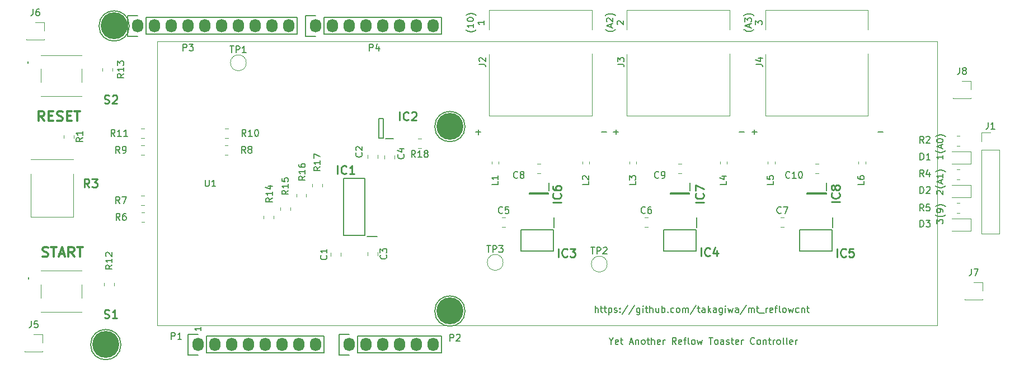
<source format=gto>
G04 #@! TF.GenerationSoftware,KiCad,Pcbnew,(6.0.6)*
G04 #@! TF.CreationDate,2023-01-03T01:07:17+09:00*
G04 #@! TF.ProjectId,mt_reflowcnt,6d745f72-6566-46c6-9f77-636e742e6b69,rev?*
G04 #@! TF.SameCoordinates,Original*
G04 #@! TF.FileFunction,Legend,Top*
G04 #@! TF.FilePolarity,Positive*
%FSLAX46Y46*%
G04 Gerber Fmt 4.6, Leading zero omitted, Abs format (unit mm)*
G04 Created by KiCad (PCBNEW (6.0.6)) date 2023-01-03 01:07:17*
%MOMM*%
%LPD*%
G01*
G04 APERTURE LIST*
%ADD10C,0.150000*%
%ADD11C,0.200000*%
%ADD12C,0.300000*%
%ADD13C,0.254000*%
%ADD14C,0.100000*%
%ADD15C,0.120000*%
%ADD16O,1.727200X2.032000*%
%ADD17C,4.064000*%
G04 APERTURE END LIST*
D10*
X201463428Y-123293190D02*
X201463428Y-123769380D01*
X201130095Y-122769380D02*
X201463428Y-123293190D01*
X201796761Y-122769380D01*
X202511047Y-123721761D02*
X202415809Y-123769380D01*
X202225333Y-123769380D01*
X202130095Y-123721761D01*
X202082476Y-123626523D01*
X202082476Y-123245571D01*
X202130095Y-123150333D01*
X202225333Y-123102714D01*
X202415809Y-123102714D01*
X202511047Y-123150333D01*
X202558666Y-123245571D01*
X202558666Y-123340809D01*
X202082476Y-123436047D01*
X202844380Y-123102714D02*
X203225333Y-123102714D01*
X202987238Y-122769380D02*
X202987238Y-123626523D01*
X203034857Y-123721761D01*
X203130095Y-123769380D01*
X203225333Y-123769380D01*
X204272952Y-123483666D02*
X204749142Y-123483666D01*
X204177714Y-123769380D02*
X204511047Y-122769380D01*
X204844380Y-123769380D01*
X205177714Y-123102714D02*
X205177714Y-123769380D01*
X205177714Y-123197952D02*
X205225333Y-123150333D01*
X205320571Y-123102714D01*
X205463428Y-123102714D01*
X205558666Y-123150333D01*
X205606285Y-123245571D01*
X205606285Y-123769380D01*
X206225333Y-123769380D02*
X206130095Y-123721761D01*
X206082476Y-123674142D01*
X206034857Y-123578904D01*
X206034857Y-123293190D01*
X206082476Y-123197952D01*
X206130095Y-123150333D01*
X206225333Y-123102714D01*
X206368190Y-123102714D01*
X206463428Y-123150333D01*
X206511047Y-123197952D01*
X206558666Y-123293190D01*
X206558666Y-123578904D01*
X206511047Y-123674142D01*
X206463428Y-123721761D01*
X206368190Y-123769380D01*
X206225333Y-123769380D01*
X206844380Y-123102714D02*
X207225333Y-123102714D01*
X206987238Y-122769380D02*
X206987238Y-123626523D01*
X207034857Y-123721761D01*
X207130095Y-123769380D01*
X207225333Y-123769380D01*
X207558666Y-123769380D02*
X207558666Y-122769380D01*
X207987238Y-123769380D02*
X207987238Y-123245571D01*
X207939619Y-123150333D01*
X207844380Y-123102714D01*
X207701523Y-123102714D01*
X207606285Y-123150333D01*
X207558666Y-123197952D01*
X208844380Y-123721761D02*
X208749142Y-123769380D01*
X208558666Y-123769380D01*
X208463428Y-123721761D01*
X208415809Y-123626523D01*
X208415809Y-123245571D01*
X208463428Y-123150333D01*
X208558666Y-123102714D01*
X208749142Y-123102714D01*
X208844380Y-123150333D01*
X208892000Y-123245571D01*
X208892000Y-123340809D01*
X208415809Y-123436047D01*
X209320571Y-123769380D02*
X209320571Y-123102714D01*
X209320571Y-123293190D02*
X209368190Y-123197952D01*
X209415809Y-123150333D01*
X209511047Y-123102714D01*
X209606285Y-123102714D01*
X211272952Y-123769380D02*
X210939619Y-123293190D01*
X210701523Y-123769380D02*
X210701523Y-122769380D01*
X211082476Y-122769380D01*
X211177714Y-122817000D01*
X211225333Y-122864619D01*
X211272952Y-122959857D01*
X211272952Y-123102714D01*
X211225333Y-123197952D01*
X211177714Y-123245571D01*
X211082476Y-123293190D01*
X210701523Y-123293190D01*
X212082476Y-123721761D02*
X211987238Y-123769380D01*
X211796761Y-123769380D01*
X211701523Y-123721761D01*
X211653904Y-123626523D01*
X211653904Y-123245571D01*
X211701523Y-123150333D01*
X211796761Y-123102714D01*
X211987238Y-123102714D01*
X212082476Y-123150333D01*
X212130095Y-123245571D01*
X212130095Y-123340809D01*
X211653904Y-123436047D01*
X212415809Y-123102714D02*
X212796761Y-123102714D01*
X212558666Y-123769380D02*
X212558666Y-122912238D01*
X212606285Y-122817000D01*
X212701523Y-122769380D01*
X212796761Y-122769380D01*
X213272952Y-123769380D02*
X213177714Y-123721761D01*
X213130095Y-123626523D01*
X213130095Y-122769380D01*
X213796761Y-123769380D02*
X213701523Y-123721761D01*
X213653904Y-123674142D01*
X213606285Y-123578904D01*
X213606285Y-123293190D01*
X213653904Y-123197952D01*
X213701523Y-123150333D01*
X213796761Y-123102714D01*
X213939619Y-123102714D01*
X214034857Y-123150333D01*
X214082476Y-123197952D01*
X214130095Y-123293190D01*
X214130095Y-123578904D01*
X214082476Y-123674142D01*
X214034857Y-123721761D01*
X213939619Y-123769380D01*
X213796761Y-123769380D01*
X214463428Y-123102714D02*
X214653904Y-123769380D01*
X214844380Y-123293190D01*
X215034857Y-123769380D01*
X215225333Y-123102714D01*
X216225333Y-122769380D02*
X216796761Y-122769380D01*
X216511047Y-123769380D02*
X216511047Y-122769380D01*
X217272952Y-123769380D02*
X217177714Y-123721761D01*
X217130095Y-123674142D01*
X217082476Y-123578904D01*
X217082476Y-123293190D01*
X217130095Y-123197952D01*
X217177714Y-123150333D01*
X217272952Y-123102714D01*
X217415809Y-123102714D01*
X217511047Y-123150333D01*
X217558666Y-123197952D01*
X217606285Y-123293190D01*
X217606285Y-123578904D01*
X217558666Y-123674142D01*
X217511047Y-123721761D01*
X217415809Y-123769380D01*
X217272952Y-123769380D01*
X218463428Y-123769380D02*
X218463428Y-123245571D01*
X218415809Y-123150333D01*
X218320571Y-123102714D01*
X218130095Y-123102714D01*
X218034857Y-123150333D01*
X218463428Y-123721761D02*
X218368190Y-123769380D01*
X218130095Y-123769380D01*
X218034857Y-123721761D01*
X217987238Y-123626523D01*
X217987238Y-123531285D01*
X218034857Y-123436047D01*
X218130095Y-123388428D01*
X218368190Y-123388428D01*
X218463428Y-123340809D01*
X218892000Y-123721761D02*
X218987238Y-123769380D01*
X219177714Y-123769380D01*
X219272952Y-123721761D01*
X219320571Y-123626523D01*
X219320571Y-123578904D01*
X219272952Y-123483666D01*
X219177714Y-123436047D01*
X219034857Y-123436047D01*
X218939619Y-123388428D01*
X218892000Y-123293190D01*
X218892000Y-123245571D01*
X218939619Y-123150333D01*
X219034857Y-123102714D01*
X219177714Y-123102714D01*
X219272952Y-123150333D01*
X219606285Y-123102714D02*
X219987238Y-123102714D01*
X219749142Y-122769380D02*
X219749142Y-123626523D01*
X219796761Y-123721761D01*
X219892000Y-123769380D01*
X219987238Y-123769380D01*
X220701523Y-123721761D02*
X220606285Y-123769380D01*
X220415809Y-123769380D01*
X220320571Y-123721761D01*
X220272952Y-123626523D01*
X220272952Y-123245571D01*
X220320571Y-123150333D01*
X220415809Y-123102714D01*
X220606285Y-123102714D01*
X220701523Y-123150333D01*
X220749142Y-123245571D01*
X220749142Y-123340809D01*
X220272952Y-123436047D01*
X221177714Y-123769380D02*
X221177714Y-123102714D01*
X221177714Y-123293190D02*
X221225333Y-123197952D01*
X221272952Y-123150333D01*
X221368190Y-123102714D01*
X221463428Y-123102714D01*
X223130095Y-123674142D02*
X223082476Y-123721761D01*
X222939619Y-123769380D01*
X222844380Y-123769380D01*
X222701523Y-123721761D01*
X222606285Y-123626523D01*
X222558666Y-123531285D01*
X222511047Y-123340809D01*
X222511047Y-123197952D01*
X222558666Y-123007476D01*
X222606285Y-122912238D01*
X222701523Y-122817000D01*
X222844380Y-122769380D01*
X222939619Y-122769380D01*
X223082476Y-122817000D01*
X223130095Y-122864619D01*
X223701523Y-123769380D02*
X223606285Y-123721761D01*
X223558666Y-123674142D01*
X223511047Y-123578904D01*
X223511047Y-123293190D01*
X223558666Y-123197952D01*
X223606285Y-123150333D01*
X223701523Y-123102714D01*
X223844380Y-123102714D01*
X223939619Y-123150333D01*
X223987238Y-123197952D01*
X224034857Y-123293190D01*
X224034857Y-123578904D01*
X223987238Y-123674142D01*
X223939619Y-123721761D01*
X223844380Y-123769380D01*
X223701523Y-123769380D01*
X224463428Y-123102714D02*
X224463428Y-123769380D01*
X224463428Y-123197952D02*
X224511047Y-123150333D01*
X224606285Y-123102714D01*
X224749142Y-123102714D01*
X224844380Y-123150333D01*
X224892000Y-123245571D01*
X224892000Y-123769380D01*
X225225333Y-123102714D02*
X225606285Y-123102714D01*
X225368190Y-122769380D02*
X225368190Y-123626523D01*
X225415809Y-123721761D01*
X225511047Y-123769380D01*
X225606285Y-123769380D01*
X225939619Y-123769380D02*
X225939619Y-123102714D01*
X225939619Y-123293190D02*
X225987238Y-123197952D01*
X226034857Y-123150333D01*
X226130095Y-123102714D01*
X226225333Y-123102714D01*
X226701523Y-123769380D02*
X226606285Y-123721761D01*
X226558666Y-123674142D01*
X226511047Y-123578904D01*
X226511047Y-123293190D01*
X226558666Y-123197952D01*
X226606285Y-123150333D01*
X226701523Y-123102714D01*
X226844380Y-123102714D01*
X226939619Y-123150333D01*
X226987238Y-123197952D01*
X227034857Y-123293190D01*
X227034857Y-123578904D01*
X226987238Y-123674142D01*
X226939619Y-123721761D01*
X226844380Y-123769380D01*
X226701523Y-123769380D01*
X227606285Y-123769380D02*
X227511047Y-123721761D01*
X227463428Y-123626523D01*
X227463428Y-122769380D01*
X228130095Y-123769380D02*
X228034857Y-123721761D01*
X227987238Y-123626523D01*
X227987238Y-122769380D01*
X228891999Y-123721761D02*
X228796761Y-123769380D01*
X228606285Y-123769380D01*
X228511047Y-123721761D01*
X228463428Y-123626523D01*
X228463428Y-123245571D01*
X228511047Y-123150333D01*
X228606285Y-123102714D01*
X228796761Y-123102714D01*
X228891999Y-123150333D01*
X228939619Y-123245571D01*
X228939619Y-123340809D01*
X228463428Y-123436047D01*
X229368190Y-123769380D02*
X229368190Y-123102714D01*
X229368190Y-123293190D02*
X229415809Y-123197952D01*
X229463428Y-123150333D01*
X229558666Y-123102714D01*
X229653904Y-123102714D01*
D11*
X250753619Y-101044142D02*
X250706000Y-100996523D01*
X250658380Y-100901285D01*
X250658380Y-100663190D01*
X250706000Y-100567952D01*
X250753619Y-100520333D01*
X250848857Y-100472714D01*
X250944095Y-100472714D01*
X251086952Y-100520333D01*
X251658380Y-101091761D01*
X251658380Y-100472714D01*
X252039333Y-99758428D02*
X251991714Y-99806047D01*
X251848857Y-99901285D01*
X251753619Y-99948904D01*
X251610761Y-99996523D01*
X251372666Y-100044142D01*
X251182190Y-100044142D01*
X250944095Y-99996523D01*
X250801238Y-99948904D01*
X250706000Y-99901285D01*
X250563142Y-99806047D01*
X250515523Y-99758428D01*
X251372666Y-99425095D02*
X251372666Y-98948904D01*
X251658380Y-99520333D02*
X250658380Y-99187000D01*
X251658380Y-98853666D01*
X251658380Y-97996523D02*
X251658380Y-98567952D01*
X251658380Y-98282238D02*
X250658380Y-98282238D01*
X250801238Y-98377476D01*
X250896476Y-98472714D01*
X250944095Y-98567952D01*
X252039333Y-97663190D02*
X251991714Y-97615571D01*
X251848857Y-97520333D01*
X251753619Y-97472714D01*
X251610761Y-97425095D01*
X251372666Y-97377476D01*
X251182190Y-97377476D01*
X250944095Y-97425095D01*
X250801238Y-97472714D01*
X250706000Y-97520333D01*
X250563142Y-97615571D01*
X250515523Y-97663190D01*
D12*
X115399714Y-110462142D02*
X115614000Y-110533571D01*
X115971142Y-110533571D01*
X116114000Y-110462142D01*
X116185428Y-110390714D01*
X116256857Y-110247857D01*
X116256857Y-110105000D01*
X116185428Y-109962142D01*
X116114000Y-109890714D01*
X115971142Y-109819285D01*
X115685428Y-109747857D01*
X115542571Y-109676428D01*
X115471142Y-109605000D01*
X115399714Y-109462142D01*
X115399714Y-109319285D01*
X115471142Y-109176428D01*
X115542571Y-109105000D01*
X115685428Y-109033571D01*
X116042571Y-109033571D01*
X116256857Y-109105000D01*
X116685428Y-109033571D02*
X117542571Y-109033571D01*
X117114000Y-110533571D02*
X117114000Y-109033571D01*
X117971142Y-110105000D02*
X118685428Y-110105000D01*
X117828285Y-110533571D02*
X118328285Y-109033571D01*
X118828285Y-110533571D01*
X120185428Y-110533571D02*
X119685428Y-109819285D01*
X119328285Y-110533571D02*
X119328285Y-109033571D01*
X119899714Y-109033571D01*
X120042571Y-109105000D01*
X120114000Y-109176428D01*
X120185428Y-109319285D01*
X120185428Y-109533571D01*
X120114000Y-109676428D01*
X120042571Y-109747857D01*
X119899714Y-109819285D01*
X119328285Y-109819285D01*
X120614000Y-109033571D02*
X121471142Y-109033571D01*
X121042571Y-110533571D02*
X121042571Y-109033571D01*
D11*
X251658380Y-95138714D02*
X251658380Y-95710142D01*
X251658380Y-95424428D02*
X250658380Y-95424428D01*
X250801238Y-95519666D01*
X250896476Y-95614904D01*
X250944095Y-95710142D01*
X252039333Y-94424428D02*
X251991714Y-94472047D01*
X251848857Y-94567285D01*
X251753619Y-94614904D01*
X251610761Y-94662523D01*
X251372666Y-94710142D01*
X251182190Y-94710142D01*
X250944095Y-94662523D01*
X250801238Y-94614904D01*
X250706000Y-94567285D01*
X250563142Y-94472047D01*
X250515523Y-94424428D01*
X251372666Y-94091095D02*
X251372666Y-93614904D01*
X251658380Y-94186333D02*
X250658380Y-93853000D01*
X251658380Y-93519666D01*
X250658380Y-92995857D02*
X250658380Y-92900619D01*
X250706000Y-92805380D01*
X250753619Y-92757761D01*
X250848857Y-92710142D01*
X251039333Y-92662523D01*
X251277428Y-92662523D01*
X251467904Y-92710142D01*
X251563142Y-92757761D01*
X251610761Y-92805380D01*
X251658380Y-92900619D01*
X251658380Y-92995857D01*
X251610761Y-93091095D01*
X251563142Y-93138714D01*
X251467904Y-93186333D01*
X251277428Y-93233952D01*
X251039333Y-93233952D01*
X250848857Y-93186333D01*
X250753619Y-93138714D01*
X250706000Y-93091095D01*
X250658380Y-92995857D01*
X252039333Y-92329190D02*
X251991714Y-92281571D01*
X251848857Y-92186333D01*
X251753619Y-92138714D01*
X251610761Y-92091095D01*
X251372666Y-92043476D01*
X251182190Y-92043476D01*
X250944095Y-92091095D01*
X250801238Y-92138714D01*
X250706000Y-92186333D01*
X250563142Y-92281571D01*
X250515523Y-92329190D01*
X250658380Y-105489190D02*
X250658380Y-104870142D01*
X251039333Y-105203476D01*
X251039333Y-105060619D01*
X251086952Y-104965380D01*
X251134571Y-104917761D01*
X251229809Y-104870142D01*
X251467904Y-104870142D01*
X251563142Y-104917761D01*
X251610761Y-104965380D01*
X251658380Y-105060619D01*
X251658380Y-105346333D01*
X251610761Y-105441571D01*
X251563142Y-105489190D01*
X252039333Y-104155857D02*
X251991714Y-104203476D01*
X251848857Y-104298714D01*
X251753619Y-104346333D01*
X251610761Y-104393952D01*
X251372666Y-104441571D01*
X251182190Y-104441571D01*
X250944095Y-104393952D01*
X250801238Y-104346333D01*
X250706000Y-104298714D01*
X250563142Y-104203476D01*
X250515523Y-104155857D01*
X251658380Y-103727285D02*
X251658380Y-103536809D01*
X251610761Y-103441571D01*
X251563142Y-103393952D01*
X251420285Y-103298714D01*
X251229809Y-103251095D01*
X250848857Y-103251095D01*
X250753619Y-103298714D01*
X250706000Y-103346333D01*
X250658380Y-103441571D01*
X250658380Y-103632047D01*
X250706000Y-103727285D01*
X250753619Y-103774904D01*
X250848857Y-103822523D01*
X251086952Y-103822523D01*
X251182190Y-103774904D01*
X251229809Y-103727285D01*
X251277428Y-103632047D01*
X251277428Y-103441571D01*
X251229809Y-103346333D01*
X251182190Y-103298714D01*
X251086952Y-103251095D01*
X252039333Y-102917761D02*
X251991714Y-102870142D01*
X251848857Y-102774904D01*
X251753619Y-102727285D01*
X251610761Y-102679666D01*
X251372666Y-102632047D01*
X251182190Y-102632047D01*
X250944095Y-102679666D01*
X250801238Y-102727285D01*
X250706000Y-102774904D01*
X250563142Y-102870142D01*
X250515523Y-102917761D01*
X199018952Y-118943380D02*
X199018952Y-117943380D01*
X199447523Y-118943380D02*
X199447523Y-118419571D01*
X199399904Y-118324333D01*
X199304666Y-118276714D01*
X199161809Y-118276714D01*
X199066571Y-118324333D01*
X199018952Y-118371952D01*
X199780857Y-118276714D02*
X200161809Y-118276714D01*
X199923714Y-117943380D02*
X199923714Y-118800523D01*
X199971333Y-118895761D01*
X200066571Y-118943380D01*
X200161809Y-118943380D01*
X200352285Y-118276714D02*
X200733238Y-118276714D01*
X200495142Y-117943380D02*
X200495142Y-118800523D01*
X200542761Y-118895761D01*
X200638000Y-118943380D01*
X200733238Y-118943380D01*
X201066571Y-118276714D02*
X201066571Y-119276714D01*
X201066571Y-118324333D02*
X201161809Y-118276714D01*
X201352285Y-118276714D01*
X201447523Y-118324333D01*
X201495142Y-118371952D01*
X201542761Y-118467190D01*
X201542761Y-118752904D01*
X201495142Y-118848142D01*
X201447523Y-118895761D01*
X201352285Y-118943380D01*
X201161809Y-118943380D01*
X201066571Y-118895761D01*
X201923714Y-118895761D02*
X202018952Y-118943380D01*
X202209428Y-118943380D01*
X202304666Y-118895761D01*
X202352285Y-118800523D01*
X202352285Y-118752904D01*
X202304666Y-118657666D01*
X202209428Y-118610047D01*
X202066571Y-118610047D01*
X201971333Y-118562428D01*
X201923714Y-118467190D01*
X201923714Y-118419571D01*
X201971333Y-118324333D01*
X202066571Y-118276714D01*
X202209428Y-118276714D01*
X202304666Y-118324333D01*
X202780857Y-118848142D02*
X202828476Y-118895761D01*
X202780857Y-118943380D01*
X202733238Y-118895761D01*
X202780857Y-118848142D01*
X202780857Y-118943380D01*
X202780857Y-118324333D02*
X202828476Y-118371952D01*
X202780857Y-118419571D01*
X202733238Y-118371952D01*
X202780857Y-118324333D01*
X202780857Y-118419571D01*
X203971333Y-117895761D02*
X203114190Y-119181476D01*
X205018952Y-117895761D02*
X204161809Y-119181476D01*
X205780857Y-118276714D02*
X205780857Y-119086238D01*
X205733238Y-119181476D01*
X205685619Y-119229095D01*
X205590380Y-119276714D01*
X205447523Y-119276714D01*
X205352285Y-119229095D01*
X205780857Y-118895761D02*
X205685619Y-118943380D01*
X205495142Y-118943380D01*
X205399904Y-118895761D01*
X205352285Y-118848142D01*
X205304666Y-118752904D01*
X205304666Y-118467190D01*
X205352285Y-118371952D01*
X205399904Y-118324333D01*
X205495142Y-118276714D01*
X205685619Y-118276714D01*
X205780857Y-118324333D01*
X206257047Y-118943380D02*
X206257047Y-118276714D01*
X206257047Y-117943380D02*
X206209428Y-117991000D01*
X206257047Y-118038619D01*
X206304666Y-117991000D01*
X206257047Y-117943380D01*
X206257047Y-118038619D01*
X206590380Y-118276714D02*
X206971333Y-118276714D01*
X206733238Y-117943380D02*
X206733238Y-118800523D01*
X206780857Y-118895761D01*
X206876095Y-118943380D01*
X206971333Y-118943380D01*
X207304666Y-118943380D02*
X207304666Y-117943380D01*
X207733238Y-118943380D02*
X207733238Y-118419571D01*
X207685619Y-118324333D01*
X207590380Y-118276714D01*
X207447523Y-118276714D01*
X207352285Y-118324333D01*
X207304666Y-118371952D01*
X208638000Y-118276714D02*
X208638000Y-118943380D01*
X208209428Y-118276714D02*
X208209428Y-118800523D01*
X208257047Y-118895761D01*
X208352285Y-118943380D01*
X208495142Y-118943380D01*
X208590380Y-118895761D01*
X208638000Y-118848142D01*
X209114190Y-118943380D02*
X209114190Y-117943380D01*
X209114190Y-118324333D02*
X209209428Y-118276714D01*
X209399904Y-118276714D01*
X209495142Y-118324333D01*
X209542761Y-118371952D01*
X209590380Y-118467190D01*
X209590380Y-118752904D01*
X209542761Y-118848142D01*
X209495142Y-118895761D01*
X209399904Y-118943380D01*
X209209428Y-118943380D01*
X209114190Y-118895761D01*
X210018952Y-118848142D02*
X210066571Y-118895761D01*
X210018952Y-118943380D01*
X209971333Y-118895761D01*
X210018952Y-118848142D01*
X210018952Y-118943380D01*
X210923714Y-118895761D02*
X210828476Y-118943380D01*
X210638000Y-118943380D01*
X210542761Y-118895761D01*
X210495142Y-118848142D01*
X210447523Y-118752904D01*
X210447523Y-118467190D01*
X210495142Y-118371952D01*
X210542761Y-118324333D01*
X210638000Y-118276714D01*
X210828476Y-118276714D01*
X210923714Y-118324333D01*
X211495142Y-118943380D02*
X211399904Y-118895761D01*
X211352285Y-118848142D01*
X211304666Y-118752904D01*
X211304666Y-118467190D01*
X211352285Y-118371952D01*
X211399904Y-118324333D01*
X211495142Y-118276714D01*
X211638000Y-118276714D01*
X211733238Y-118324333D01*
X211780857Y-118371952D01*
X211828476Y-118467190D01*
X211828476Y-118752904D01*
X211780857Y-118848142D01*
X211733238Y-118895761D01*
X211638000Y-118943380D01*
X211495142Y-118943380D01*
X212257047Y-118943380D02*
X212257047Y-118276714D01*
X212257047Y-118371952D02*
X212304666Y-118324333D01*
X212399904Y-118276714D01*
X212542761Y-118276714D01*
X212638000Y-118324333D01*
X212685619Y-118419571D01*
X212685619Y-118943380D01*
X212685619Y-118419571D02*
X212733238Y-118324333D01*
X212828476Y-118276714D01*
X212971333Y-118276714D01*
X213066571Y-118324333D01*
X213114190Y-118419571D01*
X213114190Y-118943380D01*
X214304666Y-117895761D02*
X213447523Y-119181476D01*
X214495142Y-118276714D02*
X214876095Y-118276714D01*
X214638000Y-117943380D02*
X214638000Y-118800523D01*
X214685619Y-118895761D01*
X214780857Y-118943380D01*
X214876095Y-118943380D01*
X215638000Y-118943380D02*
X215638000Y-118419571D01*
X215590380Y-118324333D01*
X215495142Y-118276714D01*
X215304666Y-118276714D01*
X215209428Y-118324333D01*
X215638000Y-118895761D02*
X215542761Y-118943380D01*
X215304666Y-118943380D01*
X215209428Y-118895761D01*
X215161809Y-118800523D01*
X215161809Y-118705285D01*
X215209428Y-118610047D01*
X215304666Y-118562428D01*
X215542761Y-118562428D01*
X215638000Y-118514809D01*
X216114190Y-118943380D02*
X216114190Y-117943380D01*
X216209428Y-118562428D02*
X216495142Y-118943380D01*
X216495142Y-118276714D02*
X216114190Y-118657666D01*
X217352285Y-118943380D02*
X217352285Y-118419571D01*
X217304666Y-118324333D01*
X217209428Y-118276714D01*
X217018952Y-118276714D01*
X216923714Y-118324333D01*
X217352285Y-118895761D02*
X217257047Y-118943380D01*
X217018952Y-118943380D01*
X216923714Y-118895761D01*
X216876095Y-118800523D01*
X216876095Y-118705285D01*
X216923714Y-118610047D01*
X217018952Y-118562428D01*
X217257047Y-118562428D01*
X217352285Y-118514809D01*
X218257047Y-118276714D02*
X218257047Y-119086238D01*
X218209428Y-119181476D01*
X218161809Y-119229095D01*
X218066571Y-119276714D01*
X217923714Y-119276714D01*
X217828476Y-119229095D01*
X218257047Y-118895761D02*
X218161809Y-118943380D01*
X217971333Y-118943380D01*
X217876095Y-118895761D01*
X217828476Y-118848142D01*
X217780857Y-118752904D01*
X217780857Y-118467190D01*
X217828476Y-118371952D01*
X217876095Y-118324333D01*
X217971333Y-118276714D01*
X218161809Y-118276714D01*
X218257047Y-118324333D01*
X218733238Y-118943380D02*
X218733238Y-118276714D01*
X218733238Y-117943380D02*
X218685619Y-117991000D01*
X218733238Y-118038619D01*
X218780857Y-117991000D01*
X218733238Y-117943380D01*
X218733238Y-118038619D01*
X219114190Y-118276714D02*
X219304666Y-118943380D01*
X219495142Y-118467190D01*
X219685619Y-118943380D01*
X219876095Y-118276714D01*
X220685619Y-118943380D02*
X220685619Y-118419571D01*
X220638000Y-118324333D01*
X220542761Y-118276714D01*
X220352285Y-118276714D01*
X220257047Y-118324333D01*
X220685619Y-118895761D02*
X220590380Y-118943380D01*
X220352285Y-118943380D01*
X220257047Y-118895761D01*
X220209428Y-118800523D01*
X220209428Y-118705285D01*
X220257047Y-118610047D01*
X220352285Y-118562428D01*
X220590380Y-118562428D01*
X220685619Y-118514809D01*
X221876095Y-117895761D02*
X221018952Y-119181476D01*
X222209428Y-118943380D02*
X222209428Y-118276714D01*
X222209428Y-118371952D02*
X222257047Y-118324333D01*
X222352285Y-118276714D01*
X222495142Y-118276714D01*
X222590380Y-118324333D01*
X222638000Y-118419571D01*
X222638000Y-118943380D01*
X222638000Y-118419571D02*
X222685619Y-118324333D01*
X222780857Y-118276714D01*
X222923714Y-118276714D01*
X223018952Y-118324333D01*
X223066571Y-118419571D01*
X223066571Y-118943380D01*
X223399904Y-118276714D02*
X223780857Y-118276714D01*
X223542761Y-117943380D02*
X223542761Y-118800523D01*
X223590380Y-118895761D01*
X223685619Y-118943380D01*
X223780857Y-118943380D01*
X223876095Y-119038619D02*
X224638000Y-119038619D01*
X224876095Y-118943380D02*
X224876095Y-118276714D01*
X224876095Y-118467190D02*
X224923714Y-118371952D01*
X224971333Y-118324333D01*
X225066571Y-118276714D01*
X225161809Y-118276714D01*
X225876095Y-118895761D02*
X225780857Y-118943380D01*
X225590380Y-118943380D01*
X225495142Y-118895761D01*
X225447523Y-118800523D01*
X225447523Y-118419571D01*
X225495142Y-118324333D01*
X225590380Y-118276714D01*
X225780857Y-118276714D01*
X225876095Y-118324333D01*
X225923714Y-118419571D01*
X225923714Y-118514809D01*
X225447523Y-118610047D01*
X226209428Y-118276714D02*
X226590380Y-118276714D01*
X226352285Y-118943380D02*
X226352285Y-118086238D01*
X226399904Y-117991000D01*
X226495142Y-117943380D01*
X226590380Y-117943380D01*
X227066571Y-118943380D02*
X226971333Y-118895761D01*
X226923714Y-118800523D01*
X226923714Y-117943380D01*
X227590380Y-118943380D02*
X227495142Y-118895761D01*
X227447523Y-118848142D01*
X227399904Y-118752904D01*
X227399904Y-118467190D01*
X227447523Y-118371952D01*
X227495142Y-118324333D01*
X227590380Y-118276714D01*
X227733238Y-118276714D01*
X227828476Y-118324333D01*
X227876095Y-118371952D01*
X227923714Y-118467190D01*
X227923714Y-118752904D01*
X227876095Y-118848142D01*
X227828476Y-118895761D01*
X227733238Y-118943380D01*
X227590380Y-118943380D01*
X228257047Y-118276714D02*
X228447523Y-118943380D01*
X228637999Y-118467190D01*
X228828476Y-118943380D01*
X229018952Y-118276714D01*
X229828476Y-118895761D02*
X229733238Y-118943380D01*
X229542761Y-118943380D01*
X229447523Y-118895761D01*
X229399904Y-118848142D01*
X229352285Y-118752904D01*
X229352285Y-118467190D01*
X229399904Y-118371952D01*
X229447523Y-118324333D01*
X229542761Y-118276714D01*
X229733238Y-118276714D01*
X229828476Y-118324333D01*
X230257047Y-118276714D02*
X230257047Y-118943380D01*
X230257047Y-118371952D02*
X230304666Y-118324333D01*
X230399904Y-118276714D01*
X230542761Y-118276714D01*
X230638000Y-118324333D01*
X230685619Y-118419571D01*
X230685619Y-118943380D01*
X231018952Y-118276714D02*
X231399904Y-118276714D01*
X231161809Y-117943380D02*
X231161809Y-118800523D01*
X231209428Y-118895761D01*
X231304666Y-118943380D01*
X231399904Y-118943380D01*
X202085333Y-76104619D02*
X202037714Y-76152238D01*
X201894857Y-76247476D01*
X201799619Y-76295095D01*
X201656761Y-76342714D01*
X201418666Y-76390333D01*
X201228190Y-76390333D01*
X200990095Y-76342714D01*
X200847238Y-76295095D01*
X200752000Y-76247476D01*
X200609142Y-76152238D01*
X200561523Y-76104619D01*
X201418666Y-75771285D02*
X201418666Y-75295095D01*
X201704380Y-75866523D02*
X200704380Y-75533190D01*
X201704380Y-75199857D01*
X200799619Y-74914142D02*
X200752000Y-74866523D01*
X200704380Y-74771285D01*
X200704380Y-74533190D01*
X200752000Y-74437952D01*
X200799619Y-74390333D01*
X200894857Y-74342714D01*
X200990095Y-74342714D01*
X201132952Y-74390333D01*
X201704380Y-74961761D01*
X201704380Y-74342714D01*
X202085333Y-74009380D02*
X202037714Y-73961761D01*
X201894857Y-73866523D01*
X201799619Y-73818904D01*
X201656761Y-73771285D01*
X201418666Y-73723666D01*
X201228190Y-73723666D01*
X200990095Y-73771285D01*
X200847238Y-73818904D01*
X200752000Y-73866523D01*
X200609142Y-73961761D01*
X200561523Y-74009380D01*
X202409619Y-75342714D02*
X202362000Y-75295095D01*
X202314380Y-75199857D01*
X202314380Y-74961761D01*
X202362000Y-74866523D01*
X202409619Y-74818904D01*
X202504857Y-74771285D01*
X202600095Y-74771285D01*
X202742952Y-74818904D01*
X203314380Y-75390333D01*
X203314380Y-74771285D01*
D12*
X115677428Y-89959571D02*
X115177428Y-89245285D01*
X114820285Y-89959571D02*
X114820285Y-88459571D01*
X115391714Y-88459571D01*
X115534571Y-88531000D01*
X115606000Y-88602428D01*
X115677428Y-88745285D01*
X115677428Y-88959571D01*
X115606000Y-89102428D01*
X115534571Y-89173857D01*
X115391714Y-89245285D01*
X114820285Y-89245285D01*
X116320285Y-89173857D02*
X116820285Y-89173857D01*
X117034571Y-89959571D02*
X116320285Y-89959571D01*
X116320285Y-88459571D01*
X117034571Y-88459571D01*
X117606000Y-89888142D02*
X117820285Y-89959571D01*
X118177428Y-89959571D01*
X118320285Y-89888142D01*
X118391714Y-89816714D01*
X118463142Y-89673857D01*
X118463142Y-89531000D01*
X118391714Y-89388142D01*
X118320285Y-89316714D01*
X118177428Y-89245285D01*
X117891714Y-89173857D01*
X117748857Y-89102428D01*
X117677428Y-89031000D01*
X117606000Y-88888142D01*
X117606000Y-88745285D01*
X117677428Y-88602428D01*
X117748857Y-88531000D01*
X117891714Y-88459571D01*
X118248857Y-88459571D01*
X118463142Y-88531000D01*
X119106000Y-89173857D02*
X119606000Y-89173857D01*
X119820285Y-89959571D02*
X119106000Y-89959571D01*
X119106000Y-88459571D01*
X119820285Y-88459571D01*
X120248857Y-88459571D02*
X121106000Y-88459571D01*
X120677428Y-89959571D02*
X120677428Y-88459571D01*
D10*
X139390380Y-121126285D02*
X139390380Y-121697714D01*
X139390380Y-121412000D02*
X138390380Y-121412000D01*
X138533238Y-121507238D01*
X138628476Y-121602476D01*
X138676095Y-121697714D01*
D11*
X223040333Y-76104619D02*
X222992714Y-76152238D01*
X222849857Y-76247476D01*
X222754619Y-76295095D01*
X222611761Y-76342714D01*
X222373666Y-76390333D01*
X222183190Y-76390333D01*
X221945095Y-76342714D01*
X221802238Y-76295095D01*
X221707000Y-76247476D01*
X221564142Y-76152238D01*
X221516523Y-76104619D01*
X222373666Y-75771285D02*
X222373666Y-75295095D01*
X222659380Y-75866523D02*
X221659380Y-75533190D01*
X222659380Y-75199857D01*
X221659380Y-74961761D02*
X221659380Y-74342714D01*
X222040333Y-74676047D01*
X222040333Y-74533190D01*
X222087952Y-74437952D01*
X222135571Y-74390333D01*
X222230809Y-74342714D01*
X222468904Y-74342714D01*
X222564142Y-74390333D01*
X222611761Y-74437952D01*
X222659380Y-74533190D01*
X222659380Y-74818904D01*
X222611761Y-74914142D01*
X222564142Y-74961761D01*
X223040333Y-74009380D02*
X222992714Y-73961761D01*
X222849857Y-73866523D01*
X222754619Y-73818904D01*
X222611761Y-73771285D01*
X222373666Y-73723666D01*
X222183190Y-73723666D01*
X221945095Y-73771285D01*
X221802238Y-73818904D01*
X221707000Y-73866523D01*
X221564142Y-73961761D01*
X221516523Y-74009380D01*
X223269380Y-75390333D02*
X223269380Y-74771285D01*
X223650333Y-75104619D01*
X223650333Y-74961761D01*
X223697952Y-74866523D01*
X223745571Y-74818904D01*
X223840809Y-74771285D01*
X224078904Y-74771285D01*
X224174142Y-74818904D01*
X224221761Y-74866523D01*
X224269380Y-74961761D01*
X224269380Y-75247476D01*
X224221761Y-75342714D01*
X224174142Y-75390333D01*
X181003333Y-76152238D02*
X180955714Y-76199857D01*
X180812857Y-76295095D01*
X180717619Y-76342714D01*
X180574761Y-76390333D01*
X180336666Y-76437952D01*
X180146190Y-76437952D01*
X179908095Y-76390333D01*
X179765238Y-76342714D01*
X179670000Y-76295095D01*
X179527142Y-76199857D01*
X179479523Y-76152238D01*
X180622380Y-75247476D02*
X180622380Y-75818904D01*
X180622380Y-75533190D02*
X179622380Y-75533190D01*
X179765238Y-75628428D01*
X179860476Y-75723666D01*
X179908095Y-75818904D01*
X179622380Y-74628428D02*
X179622380Y-74533190D01*
X179670000Y-74437952D01*
X179717619Y-74390333D01*
X179812857Y-74342714D01*
X180003333Y-74295095D01*
X180241428Y-74295095D01*
X180431904Y-74342714D01*
X180527142Y-74390333D01*
X180574761Y-74437952D01*
X180622380Y-74533190D01*
X180622380Y-74628428D01*
X180574761Y-74723666D01*
X180527142Y-74771285D01*
X180431904Y-74818904D01*
X180241428Y-74866523D01*
X180003333Y-74866523D01*
X179812857Y-74818904D01*
X179717619Y-74771285D01*
X179670000Y-74723666D01*
X179622380Y-74628428D01*
X181003333Y-73961761D02*
X180955714Y-73914142D01*
X180812857Y-73818904D01*
X180717619Y-73771285D01*
X180574761Y-73723666D01*
X180336666Y-73676047D01*
X180146190Y-73676047D01*
X179908095Y-73723666D01*
X179765238Y-73771285D01*
X179670000Y-73818904D01*
X179527142Y-73914142D01*
X179479523Y-73961761D01*
X182232380Y-74771285D02*
X182232380Y-75342714D01*
X182232380Y-75057000D02*
X181232380Y-75057000D01*
X181375238Y-75152238D01*
X181470476Y-75247476D01*
X181518095Y-75342714D01*
D10*
G04 #@! TO.C,P1*
X134897904Y-123007380D02*
X134897904Y-122007380D01*
X135278857Y-122007380D01*
X135374095Y-122055000D01*
X135421714Y-122102619D01*
X135469333Y-122197857D01*
X135469333Y-122340714D01*
X135421714Y-122435952D01*
X135374095Y-122483571D01*
X135278857Y-122531190D01*
X134897904Y-122531190D01*
X136421714Y-123007380D02*
X135850285Y-123007380D01*
X136136000Y-123007380D02*
X136136000Y-122007380D01*
X136040761Y-122150238D01*
X135945523Y-122245476D01*
X135850285Y-122293095D01*
G04 #@! TO.C,P2*
X177061904Y-123261380D02*
X177061904Y-122261380D01*
X177442857Y-122261380D01*
X177538095Y-122309000D01*
X177585714Y-122356619D01*
X177633333Y-122451857D01*
X177633333Y-122594714D01*
X177585714Y-122689952D01*
X177538095Y-122737571D01*
X177442857Y-122785190D01*
X177061904Y-122785190D01*
X178014285Y-122356619D02*
X178061904Y-122309000D01*
X178157142Y-122261380D01*
X178395238Y-122261380D01*
X178490476Y-122309000D01*
X178538095Y-122356619D01*
X178585714Y-122451857D01*
X178585714Y-122547095D01*
X178538095Y-122689952D01*
X177966666Y-123261380D01*
X178585714Y-123261380D01*
G04 #@! TO.C,P3*
X136675904Y-79319380D02*
X136675904Y-78319380D01*
X137056857Y-78319380D01*
X137152095Y-78367000D01*
X137199714Y-78414619D01*
X137247333Y-78509857D01*
X137247333Y-78652714D01*
X137199714Y-78747952D01*
X137152095Y-78795571D01*
X137056857Y-78843190D01*
X136675904Y-78843190D01*
X137580666Y-78319380D02*
X138199714Y-78319380D01*
X137866380Y-78700333D01*
X138009238Y-78700333D01*
X138104476Y-78747952D01*
X138152095Y-78795571D01*
X138199714Y-78890809D01*
X138199714Y-79128904D01*
X138152095Y-79224142D01*
X138104476Y-79271761D01*
X138009238Y-79319380D01*
X137723523Y-79319380D01*
X137628285Y-79271761D01*
X137580666Y-79224142D01*
G04 #@! TO.C,P4*
X164869904Y-79319380D02*
X164869904Y-78319380D01*
X165250857Y-78319380D01*
X165346095Y-78367000D01*
X165393714Y-78414619D01*
X165441333Y-78509857D01*
X165441333Y-78652714D01*
X165393714Y-78747952D01*
X165346095Y-78795571D01*
X165250857Y-78843190D01*
X164869904Y-78843190D01*
X166298476Y-78652714D02*
X166298476Y-79319380D01*
X166060380Y-78271761D02*
X165822285Y-78986047D01*
X166441333Y-78986047D01*
D13*
G04 #@! TO.C,S2*
X124762380Y-87255047D02*
X124943809Y-87315523D01*
X125246190Y-87315523D01*
X125367142Y-87255047D01*
X125427619Y-87194571D01*
X125488095Y-87073619D01*
X125488095Y-86952666D01*
X125427619Y-86831714D01*
X125367142Y-86771238D01*
X125246190Y-86710761D01*
X125004285Y-86650285D01*
X124883333Y-86589809D01*
X124822857Y-86529333D01*
X124762380Y-86408380D01*
X124762380Y-86287428D01*
X124822857Y-86166476D01*
X124883333Y-86106000D01*
X125004285Y-86045523D01*
X125306666Y-86045523D01*
X125488095Y-86106000D01*
X125971904Y-86166476D02*
X126032380Y-86106000D01*
X126153333Y-86045523D01*
X126455714Y-86045523D01*
X126576666Y-86106000D01*
X126637142Y-86166476D01*
X126697619Y-86287428D01*
X126697619Y-86408380D01*
X126637142Y-86589809D01*
X125911428Y-87315523D01*
X126697619Y-87315523D01*
G04 #@! TO.C,IC2*
X169448238Y-89855523D02*
X169448238Y-88585523D01*
X170778714Y-89734571D02*
X170718238Y-89795047D01*
X170536809Y-89855523D01*
X170415857Y-89855523D01*
X170234428Y-89795047D01*
X170113476Y-89674095D01*
X170053000Y-89553142D01*
X169992523Y-89311238D01*
X169992523Y-89129809D01*
X170053000Y-88887904D01*
X170113476Y-88766952D01*
X170234428Y-88646000D01*
X170415857Y-88585523D01*
X170536809Y-88585523D01*
X170718238Y-88646000D01*
X170778714Y-88706476D01*
X171262523Y-88706476D02*
X171323000Y-88646000D01*
X171443952Y-88585523D01*
X171746333Y-88585523D01*
X171867285Y-88646000D01*
X171927761Y-88706476D01*
X171988238Y-88827428D01*
X171988238Y-88948380D01*
X171927761Y-89129809D01*
X171202047Y-89855523D01*
X171988238Y-89855523D01*
G04 #@! TO.C,IC5*
X235615238Y-110556523D02*
X235615238Y-109286523D01*
X236945714Y-110435571D02*
X236885238Y-110496047D01*
X236703809Y-110556523D01*
X236582857Y-110556523D01*
X236401428Y-110496047D01*
X236280476Y-110375095D01*
X236220000Y-110254142D01*
X236159523Y-110012238D01*
X236159523Y-109830809D01*
X236220000Y-109588904D01*
X236280476Y-109467952D01*
X236401428Y-109347000D01*
X236582857Y-109286523D01*
X236703809Y-109286523D01*
X236885238Y-109347000D01*
X236945714Y-109407476D01*
X238094761Y-109286523D02*
X237490000Y-109286523D01*
X237429523Y-109891285D01*
X237490000Y-109830809D01*
X237610952Y-109770333D01*
X237913333Y-109770333D01*
X238034285Y-109830809D01*
X238094761Y-109891285D01*
X238155238Y-110012238D01*
X238155238Y-110314619D01*
X238094761Y-110435571D01*
X238034285Y-110496047D01*
X237913333Y-110556523D01*
X237610952Y-110556523D01*
X237490000Y-110496047D01*
X237429523Y-110435571D01*
D10*
G04 #@! TO.C,R16*
X155138380Y-98321857D02*
X154662190Y-98655190D01*
X155138380Y-98893285D02*
X154138380Y-98893285D01*
X154138380Y-98512333D01*
X154186000Y-98417095D01*
X154233619Y-98369476D01*
X154328857Y-98321857D01*
X154471714Y-98321857D01*
X154566952Y-98369476D01*
X154614571Y-98417095D01*
X154662190Y-98512333D01*
X154662190Y-98893285D01*
X155138380Y-97369476D02*
X155138380Y-97940904D01*
X155138380Y-97655190D02*
X154138380Y-97655190D01*
X154281238Y-97750428D01*
X154376476Y-97845666D01*
X154424095Y-97940904D01*
X154138380Y-96512333D02*
X154138380Y-96702809D01*
X154186000Y-96798047D01*
X154233619Y-96845666D01*
X154376476Y-96940904D01*
X154566952Y-96988523D01*
X154947904Y-96988523D01*
X155043142Y-96940904D01*
X155090761Y-96893285D01*
X155138380Y-96798047D01*
X155138380Y-96607571D01*
X155090761Y-96512333D01*
X155043142Y-96464714D01*
X154947904Y-96417095D01*
X154709809Y-96417095D01*
X154614571Y-96464714D01*
X154566952Y-96512333D01*
X154519333Y-96607571D01*
X154519333Y-96798047D01*
X154566952Y-96893285D01*
X154614571Y-96940904D01*
X154709809Y-96988523D01*
G04 #@! TO.C,R14*
X150185380Y-101607857D02*
X149709190Y-101941190D01*
X150185380Y-102179285D02*
X149185380Y-102179285D01*
X149185380Y-101798333D01*
X149233000Y-101703095D01*
X149280619Y-101655476D01*
X149375857Y-101607857D01*
X149518714Y-101607857D01*
X149613952Y-101655476D01*
X149661571Y-101703095D01*
X149709190Y-101798333D01*
X149709190Y-102179285D01*
X150185380Y-100655476D02*
X150185380Y-101226904D01*
X150185380Y-100941190D02*
X149185380Y-100941190D01*
X149328238Y-101036428D01*
X149423476Y-101131666D01*
X149471095Y-101226904D01*
X149518714Y-99798333D02*
X150185380Y-99798333D01*
X149137761Y-100036428D02*
X149852047Y-100274523D01*
X149852047Y-99655476D01*
G04 #@! TO.C,D3*
X248181904Y-105989380D02*
X248181904Y-104989380D01*
X248420000Y-104989380D01*
X248562857Y-105037000D01*
X248658095Y-105132238D01*
X248705714Y-105227476D01*
X248753333Y-105417952D01*
X248753333Y-105560809D01*
X248705714Y-105751285D01*
X248658095Y-105846523D01*
X248562857Y-105941761D01*
X248420000Y-105989380D01*
X248181904Y-105989380D01*
X249086666Y-104989380D02*
X249705714Y-104989380D01*
X249372380Y-105370333D01*
X249515238Y-105370333D01*
X249610476Y-105417952D01*
X249658095Y-105465571D01*
X249705714Y-105560809D01*
X249705714Y-105798904D01*
X249658095Y-105894142D01*
X249610476Y-105941761D01*
X249515238Y-105989380D01*
X249229523Y-105989380D01*
X249134285Y-105941761D01*
X249086666Y-105894142D01*
D13*
G04 #@! TO.C,IC4*
X215041238Y-110429523D02*
X215041238Y-109159523D01*
X216371714Y-110308571D02*
X216311238Y-110369047D01*
X216129809Y-110429523D01*
X216008857Y-110429523D01*
X215827428Y-110369047D01*
X215706476Y-110248095D01*
X215646000Y-110127142D01*
X215585523Y-109885238D01*
X215585523Y-109703809D01*
X215646000Y-109461904D01*
X215706476Y-109340952D01*
X215827428Y-109220000D01*
X216008857Y-109159523D01*
X216129809Y-109159523D01*
X216311238Y-109220000D01*
X216371714Y-109280476D01*
X217460285Y-109582857D02*
X217460285Y-110429523D01*
X217157904Y-109099047D02*
X216855523Y-110006190D01*
X217641714Y-110006190D01*
D10*
G04 #@! TO.C,J4*
X223353380Y-81359333D02*
X224067666Y-81359333D01*
X224210523Y-81406952D01*
X224305761Y-81502190D01*
X224353380Y-81645047D01*
X224353380Y-81740285D01*
X223686714Y-80454571D02*
X224353380Y-80454571D01*
X223305761Y-80692666D02*
X224020047Y-80930761D01*
X224020047Y-80311714D01*
X222732647Y-91619228D02*
X223494552Y-91619228D01*
X223113600Y-92000180D02*
X223113600Y-91238276D01*
X241782647Y-91619228D02*
X242544552Y-91619228D01*
G04 #@! TO.C,J6*
X113966666Y-73009380D02*
X113966666Y-73723666D01*
X113919047Y-73866523D01*
X113823809Y-73961761D01*
X113680952Y-74009380D01*
X113585714Y-74009380D01*
X114871428Y-73009380D02*
X114680952Y-73009380D01*
X114585714Y-73057000D01*
X114538095Y-73104619D01*
X114442857Y-73247476D01*
X114395238Y-73437952D01*
X114395238Y-73818904D01*
X114442857Y-73914142D01*
X114490476Y-73961761D01*
X114585714Y-74009380D01*
X114776190Y-74009380D01*
X114871428Y-73961761D01*
X114919047Y-73914142D01*
X114966666Y-73818904D01*
X114966666Y-73580809D01*
X114919047Y-73485571D01*
X114871428Y-73437952D01*
X114776190Y-73390333D01*
X114585714Y-73390333D01*
X114490476Y-73437952D01*
X114442857Y-73485571D01*
X114395238Y-73580809D01*
G04 #@! TO.C,J8*
X254174666Y-81899380D02*
X254174666Y-82613666D01*
X254127047Y-82756523D01*
X254031809Y-82851761D01*
X253888952Y-82899380D01*
X253793714Y-82899380D01*
X254793714Y-82327952D02*
X254698476Y-82280333D01*
X254650857Y-82232714D01*
X254603238Y-82137476D01*
X254603238Y-82089857D01*
X254650857Y-81994619D01*
X254698476Y-81947000D01*
X254793714Y-81899380D01*
X254984190Y-81899380D01*
X255079428Y-81947000D01*
X255127047Y-81994619D01*
X255174666Y-82089857D01*
X255174666Y-82137476D01*
X255127047Y-82232714D01*
X255079428Y-82280333D01*
X254984190Y-82327952D01*
X254793714Y-82327952D01*
X254698476Y-82375571D01*
X254650857Y-82423190D01*
X254603238Y-82518428D01*
X254603238Y-82708904D01*
X254650857Y-82804142D01*
X254698476Y-82851761D01*
X254793714Y-82899380D01*
X254984190Y-82899380D01*
X255079428Y-82851761D01*
X255127047Y-82804142D01*
X255174666Y-82708904D01*
X255174666Y-82518428D01*
X255127047Y-82423190D01*
X255079428Y-82375571D01*
X254984190Y-82327952D01*
G04 #@! TO.C,C6*
X206589333Y-103862142D02*
X206541714Y-103909761D01*
X206398857Y-103957380D01*
X206303619Y-103957380D01*
X206160761Y-103909761D01*
X206065523Y-103814523D01*
X206017904Y-103719285D01*
X205970285Y-103528809D01*
X205970285Y-103385952D01*
X206017904Y-103195476D01*
X206065523Y-103100238D01*
X206160761Y-103005000D01*
X206303619Y-102957380D01*
X206398857Y-102957380D01*
X206541714Y-103005000D01*
X206589333Y-103052619D01*
X207446476Y-102957380D02*
X207256000Y-102957380D01*
X207160761Y-103005000D01*
X207113142Y-103052619D01*
X207017904Y-103195476D01*
X206970285Y-103385952D01*
X206970285Y-103766904D01*
X207017904Y-103862142D01*
X207065523Y-103909761D01*
X207160761Y-103957380D01*
X207351238Y-103957380D01*
X207446476Y-103909761D01*
X207494095Y-103862142D01*
X207541714Y-103766904D01*
X207541714Y-103528809D01*
X207494095Y-103433571D01*
X207446476Y-103385952D01*
X207351238Y-103338333D01*
X207160761Y-103338333D01*
X207065523Y-103385952D01*
X207017904Y-103433571D01*
X206970285Y-103528809D01*
G04 #@! TO.C,TP2*
X198382095Y-109087380D02*
X198953523Y-109087380D01*
X198667809Y-110087380D02*
X198667809Y-109087380D01*
X199286857Y-110087380D02*
X199286857Y-109087380D01*
X199667809Y-109087380D01*
X199763047Y-109135000D01*
X199810666Y-109182619D01*
X199858285Y-109277857D01*
X199858285Y-109420714D01*
X199810666Y-109515952D01*
X199763047Y-109563571D01*
X199667809Y-109611190D01*
X199286857Y-109611190D01*
X200239238Y-109182619D02*
X200286857Y-109135000D01*
X200382095Y-109087380D01*
X200620190Y-109087380D01*
X200715428Y-109135000D01*
X200763047Y-109182619D01*
X200810666Y-109277857D01*
X200810666Y-109373095D01*
X200763047Y-109515952D01*
X200191619Y-110087380D01*
X200810666Y-110087380D01*
G04 #@! TO.C,R18*
X171823142Y-95447380D02*
X171489809Y-94971190D01*
X171251714Y-95447380D02*
X171251714Y-94447380D01*
X171632666Y-94447380D01*
X171727904Y-94495000D01*
X171775523Y-94542619D01*
X171823142Y-94637857D01*
X171823142Y-94780714D01*
X171775523Y-94875952D01*
X171727904Y-94923571D01*
X171632666Y-94971190D01*
X171251714Y-94971190D01*
X172775523Y-95447380D02*
X172204095Y-95447380D01*
X172489809Y-95447380D02*
X172489809Y-94447380D01*
X172394571Y-94590238D01*
X172299333Y-94685476D01*
X172204095Y-94733095D01*
X173346952Y-94875952D02*
X173251714Y-94828333D01*
X173204095Y-94780714D01*
X173156476Y-94685476D01*
X173156476Y-94637857D01*
X173204095Y-94542619D01*
X173251714Y-94495000D01*
X173346952Y-94447380D01*
X173537428Y-94447380D01*
X173632666Y-94495000D01*
X173680285Y-94542619D01*
X173727904Y-94637857D01*
X173727904Y-94685476D01*
X173680285Y-94780714D01*
X173632666Y-94828333D01*
X173537428Y-94875952D01*
X173346952Y-94875952D01*
X173251714Y-94923571D01*
X173204095Y-94971190D01*
X173156476Y-95066428D01*
X173156476Y-95256904D01*
X173204095Y-95352142D01*
X173251714Y-95399761D01*
X173346952Y-95447380D01*
X173537428Y-95447380D01*
X173632666Y-95399761D01*
X173680285Y-95352142D01*
X173727904Y-95256904D01*
X173727904Y-95066428D01*
X173680285Y-94971190D01*
X173632666Y-94923571D01*
X173537428Y-94875952D01*
G04 #@! TO.C,J2*
X181443380Y-81359333D02*
X182157666Y-81359333D01*
X182300523Y-81406952D01*
X182395761Y-81502190D01*
X182443380Y-81645047D01*
X182443380Y-81740285D01*
X181538619Y-80930761D02*
X181491000Y-80883142D01*
X181443380Y-80787904D01*
X181443380Y-80549809D01*
X181491000Y-80454571D01*
X181538619Y-80406952D01*
X181633857Y-80359333D01*
X181729095Y-80359333D01*
X181871952Y-80406952D01*
X182443380Y-80978380D01*
X182443380Y-80359333D01*
X200025047Y-91638428D02*
X200786952Y-91638428D01*
X180975047Y-91638428D02*
X181736952Y-91638428D01*
X181356000Y-92019380D02*
X181356000Y-91257476D01*
G04 #@! TO.C,R5*
X248721333Y-103576380D02*
X248388000Y-103100190D01*
X248149904Y-103576380D02*
X248149904Y-102576380D01*
X248530857Y-102576380D01*
X248626095Y-102624000D01*
X248673714Y-102671619D01*
X248721333Y-102766857D01*
X248721333Y-102909714D01*
X248673714Y-103004952D01*
X248626095Y-103052571D01*
X248530857Y-103100190D01*
X248149904Y-103100190D01*
X249626095Y-102576380D02*
X249149904Y-102576380D01*
X249102285Y-103052571D01*
X249149904Y-103004952D01*
X249245142Y-102957333D01*
X249483238Y-102957333D01*
X249578476Y-103004952D01*
X249626095Y-103052571D01*
X249673714Y-103147809D01*
X249673714Y-103385904D01*
X249626095Y-103481142D01*
X249578476Y-103528761D01*
X249483238Y-103576380D01*
X249245142Y-103576380D01*
X249149904Y-103528761D01*
X249102285Y-103481142D01*
G04 #@! TO.C,R9*
X127087333Y-94813380D02*
X126754000Y-94337190D01*
X126515904Y-94813380D02*
X126515904Y-93813380D01*
X126896857Y-93813380D01*
X126992095Y-93861000D01*
X127039714Y-93908619D01*
X127087333Y-94003857D01*
X127087333Y-94146714D01*
X127039714Y-94241952D01*
X126992095Y-94289571D01*
X126896857Y-94337190D01*
X126515904Y-94337190D01*
X127563523Y-94813380D02*
X127754000Y-94813380D01*
X127849238Y-94765761D01*
X127896857Y-94718142D01*
X127992095Y-94575285D01*
X128039714Y-94384809D01*
X128039714Y-94003857D01*
X127992095Y-93908619D01*
X127944476Y-93861000D01*
X127849238Y-93813380D01*
X127658761Y-93813380D01*
X127563523Y-93861000D01*
X127515904Y-93908619D01*
X127468285Y-94003857D01*
X127468285Y-94241952D01*
X127515904Y-94337190D01*
X127563523Y-94384809D01*
X127658761Y-94432428D01*
X127849238Y-94432428D01*
X127944476Y-94384809D01*
X127992095Y-94337190D01*
X128039714Y-94241952D01*
G04 #@! TO.C,R2*
X248721333Y-93289380D02*
X248388000Y-92813190D01*
X248149904Y-93289380D02*
X248149904Y-92289380D01*
X248530857Y-92289380D01*
X248626095Y-92337000D01*
X248673714Y-92384619D01*
X248721333Y-92479857D01*
X248721333Y-92622714D01*
X248673714Y-92717952D01*
X248626095Y-92765571D01*
X248530857Y-92813190D01*
X248149904Y-92813190D01*
X249102285Y-92384619D02*
X249149904Y-92337000D01*
X249245142Y-92289380D01*
X249483238Y-92289380D01*
X249578476Y-92337000D01*
X249626095Y-92384619D01*
X249673714Y-92479857D01*
X249673714Y-92575095D01*
X249626095Y-92717952D01*
X249054666Y-93289380D01*
X249673714Y-93289380D01*
G04 #@! TO.C,R15*
X152598380Y-100480857D02*
X152122190Y-100814190D01*
X152598380Y-101052285D02*
X151598380Y-101052285D01*
X151598380Y-100671333D01*
X151646000Y-100576095D01*
X151693619Y-100528476D01*
X151788857Y-100480857D01*
X151931714Y-100480857D01*
X152026952Y-100528476D01*
X152074571Y-100576095D01*
X152122190Y-100671333D01*
X152122190Y-101052285D01*
X152598380Y-99528476D02*
X152598380Y-100099904D01*
X152598380Y-99814190D02*
X151598380Y-99814190D01*
X151741238Y-99909428D01*
X151836476Y-100004666D01*
X151884095Y-100099904D01*
X151598380Y-98623714D02*
X151598380Y-99099904D01*
X152074571Y-99147523D01*
X152026952Y-99099904D01*
X151979333Y-99004666D01*
X151979333Y-98766571D01*
X152026952Y-98671333D01*
X152074571Y-98623714D01*
X152169809Y-98576095D01*
X152407904Y-98576095D01*
X152503142Y-98623714D01*
X152550761Y-98671333D01*
X152598380Y-98766571D01*
X152598380Y-99004666D01*
X152550761Y-99099904D01*
X152503142Y-99147523D01*
G04 #@! TO.C,R6*
X127119333Y-104973380D02*
X126786000Y-104497190D01*
X126547904Y-104973380D02*
X126547904Y-103973380D01*
X126928857Y-103973380D01*
X127024095Y-104021000D01*
X127071714Y-104068619D01*
X127119333Y-104163857D01*
X127119333Y-104306714D01*
X127071714Y-104401952D01*
X127024095Y-104449571D01*
X126928857Y-104497190D01*
X126547904Y-104497190D01*
X127976476Y-103973380D02*
X127786000Y-103973380D01*
X127690761Y-104021000D01*
X127643142Y-104068619D01*
X127547904Y-104211476D01*
X127500285Y-104401952D01*
X127500285Y-104782904D01*
X127547904Y-104878142D01*
X127595523Y-104925761D01*
X127690761Y-104973380D01*
X127881238Y-104973380D01*
X127976476Y-104925761D01*
X128024095Y-104878142D01*
X128071714Y-104782904D01*
X128071714Y-104544809D01*
X128024095Y-104449571D01*
X127976476Y-104401952D01*
X127881238Y-104354333D01*
X127690761Y-104354333D01*
X127595523Y-104401952D01*
X127547904Y-104449571D01*
X127500285Y-104544809D01*
G04 #@! TO.C,R17*
X157424380Y-96908857D02*
X156948190Y-97242190D01*
X157424380Y-97480285D02*
X156424380Y-97480285D01*
X156424380Y-97099333D01*
X156472000Y-97004095D01*
X156519619Y-96956476D01*
X156614857Y-96908857D01*
X156757714Y-96908857D01*
X156852952Y-96956476D01*
X156900571Y-97004095D01*
X156948190Y-97099333D01*
X156948190Y-97480285D01*
X157424380Y-95956476D02*
X157424380Y-96527904D01*
X157424380Y-96242190D02*
X156424380Y-96242190D01*
X156567238Y-96337428D01*
X156662476Y-96432666D01*
X156710095Y-96527904D01*
X156424380Y-95623142D02*
X156424380Y-94956476D01*
X157424380Y-95385047D01*
G04 #@! TO.C,D2*
X248181904Y-100909380D02*
X248181904Y-99909380D01*
X248420000Y-99909380D01*
X248562857Y-99957000D01*
X248658095Y-100052238D01*
X248705714Y-100147476D01*
X248753333Y-100337952D01*
X248753333Y-100480809D01*
X248705714Y-100671285D01*
X248658095Y-100766523D01*
X248562857Y-100861761D01*
X248420000Y-100909380D01*
X248181904Y-100909380D01*
X249134285Y-100004619D02*
X249181904Y-99957000D01*
X249277142Y-99909380D01*
X249515238Y-99909380D01*
X249610476Y-99957000D01*
X249658095Y-100004619D01*
X249705714Y-100099857D01*
X249705714Y-100195095D01*
X249658095Y-100337952D01*
X249086666Y-100909380D01*
X249705714Y-100909380D01*
G04 #@! TO.C,L3*
X205176380Y-99099666D02*
X205176380Y-99575857D01*
X204176380Y-99575857D01*
X204176380Y-98861571D02*
X204176380Y-98242523D01*
X204557333Y-98575857D01*
X204557333Y-98433000D01*
X204604952Y-98337761D01*
X204652571Y-98290142D01*
X204747809Y-98242523D01*
X204985904Y-98242523D01*
X205081142Y-98290142D01*
X205128761Y-98337761D01*
X205176380Y-98433000D01*
X205176380Y-98718714D01*
X205128761Y-98813952D01*
X205081142Y-98861571D01*
G04 #@! TO.C,R13*
X127706380Y-82795857D02*
X127230190Y-83129190D01*
X127706380Y-83367285D02*
X126706380Y-83367285D01*
X126706380Y-82986333D01*
X126754000Y-82891095D01*
X126801619Y-82843476D01*
X126896857Y-82795857D01*
X127039714Y-82795857D01*
X127134952Y-82843476D01*
X127182571Y-82891095D01*
X127230190Y-82986333D01*
X127230190Y-83367285D01*
X127706380Y-81843476D02*
X127706380Y-82414904D01*
X127706380Y-82129190D02*
X126706380Y-82129190D01*
X126849238Y-82224428D01*
X126944476Y-82319666D01*
X126992095Y-82414904D01*
X126706380Y-81510142D02*
X126706380Y-80891095D01*
X127087333Y-81224428D01*
X127087333Y-81081571D01*
X127134952Y-80986333D01*
X127182571Y-80938714D01*
X127277809Y-80891095D01*
X127515904Y-80891095D01*
X127611142Y-80938714D01*
X127658761Y-80986333D01*
X127706380Y-81081571D01*
X127706380Y-81367285D01*
X127658761Y-81462523D01*
X127611142Y-81510142D01*
G04 #@! TO.C,C4*
X170029142Y-95035666D02*
X170076761Y-95083285D01*
X170124380Y-95226142D01*
X170124380Y-95321380D01*
X170076761Y-95464238D01*
X169981523Y-95559476D01*
X169886285Y-95607095D01*
X169695809Y-95654714D01*
X169552952Y-95654714D01*
X169362476Y-95607095D01*
X169267238Y-95559476D01*
X169172000Y-95464238D01*
X169124380Y-95321380D01*
X169124380Y-95226142D01*
X169172000Y-95083285D01*
X169219619Y-95035666D01*
X169457714Y-94178523D02*
X170124380Y-94178523D01*
X169076761Y-94416619D02*
X169791047Y-94654714D01*
X169791047Y-94035666D01*
G04 #@! TO.C,R10*
X146169142Y-92273380D02*
X145835809Y-91797190D01*
X145597714Y-92273380D02*
X145597714Y-91273380D01*
X145978666Y-91273380D01*
X146073904Y-91321000D01*
X146121523Y-91368619D01*
X146169142Y-91463857D01*
X146169142Y-91606714D01*
X146121523Y-91701952D01*
X146073904Y-91749571D01*
X145978666Y-91797190D01*
X145597714Y-91797190D01*
X147121523Y-92273380D02*
X146550095Y-92273380D01*
X146835809Y-92273380D02*
X146835809Y-91273380D01*
X146740571Y-91416238D01*
X146645333Y-91511476D01*
X146550095Y-91559095D01*
X147740571Y-91273380D02*
X147835809Y-91273380D01*
X147931047Y-91321000D01*
X147978666Y-91368619D01*
X148026285Y-91463857D01*
X148073904Y-91654333D01*
X148073904Y-91892428D01*
X148026285Y-92082904D01*
X147978666Y-92178142D01*
X147931047Y-92225761D01*
X147835809Y-92273380D01*
X147740571Y-92273380D01*
X147645333Y-92225761D01*
X147597714Y-92178142D01*
X147550095Y-92082904D01*
X147502476Y-91892428D01*
X147502476Y-91654333D01*
X147550095Y-91463857D01*
X147597714Y-91368619D01*
X147645333Y-91321000D01*
X147740571Y-91273380D01*
D13*
G04 #@! TO.C,IC8*
X236032523Y-102204761D02*
X234762523Y-102204761D01*
X235911571Y-100874285D02*
X235972047Y-100934761D01*
X236032523Y-101116190D01*
X236032523Y-101237142D01*
X235972047Y-101418571D01*
X235851095Y-101539523D01*
X235730142Y-101600000D01*
X235488238Y-101660476D01*
X235306809Y-101660476D01*
X235064904Y-101600000D01*
X234943952Y-101539523D01*
X234823000Y-101418571D01*
X234762523Y-101237142D01*
X234762523Y-101116190D01*
X234823000Y-100934761D01*
X234883476Y-100874285D01*
X235306809Y-100148571D02*
X235246333Y-100269523D01*
X235185857Y-100330000D01*
X235064904Y-100390476D01*
X235004428Y-100390476D01*
X234883476Y-100330000D01*
X234823000Y-100269523D01*
X234762523Y-100148571D01*
X234762523Y-99906666D01*
X234823000Y-99785714D01*
X234883476Y-99725238D01*
X235004428Y-99664761D01*
X235064904Y-99664761D01*
X235185857Y-99725238D01*
X235246333Y-99785714D01*
X235306809Y-99906666D01*
X235306809Y-100148571D01*
X235367285Y-100269523D01*
X235427761Y-100330000D01*
X235548714Y-100390476D01*
X235790619Y-100390476D01*
X235911571Y-100330000D01*
X235972047Y-100269523D01*
X236032523Y-100148571D01*
X236032523Y-99906666D01*
X235972047Y-99785714D01*
X235911571Y-99725238D01*
X235790619Y-99664761D01*
X235548714Y-99664761D01*
X235427761Y-99725238D01*
X235367285Y-99785714D01*
X235306809Y-99906666D01*
D10*
G04 #@! TO.C,L2*
X198064380Y-99099666D02*
X198064380Y-99575857D01*
X197064380Y-99575857D01*
X197159619Y-98813952D02*
X197112000Y-98766333D01*
X197064380Y-98671095D01*
X197064380Y-98433000D01*
X197112000Y-98337761D01*
X197159619Y-98290142D01*
X197254857Y-98242523D01*
X197350095Y-98242523D01*
X197492952Y-98290142D01*
X198064380Y-98861571D01*
X198064380Y-98242523D01*
G04 #@! TO.C,TP3*
X182634095Y-108833380D02*
X183205523Y-108833380D01*
X182919809Y-109833380D02*
X182919809Y-108833380D01*
X183538857Y-109833380D02*
X183538857Y-108833380D01*
X183919809Y-108833380D01*
X184015047Y-108881000D01*
X184062666Y-108928619D01*
X184110285Y-109023857D01*
X184110285Y-109166714D01*
X184062666Y-109261952D01*
X184015047Y-109309571D01*
X183919809Y-109357190D01*
X183538857Y-109357190D01*
X184443619Y-108833380D02*
X185062666Y-108833380D01*
X184729333Y-109214333D01*
X184872190Y-109214333D01*
X184967428Y-109261952D01*
X185015047Y-109309571D01*
X185062666Y-109404809D01*
X185062666Y-109642904D01*
X185015047Y-109738142D01*
X184967428Y-109785761D01*
X184872190Y-109833380D01*
X184586476Y-109833380D01*
X184491238Y-109785761D01*
X184443619Y-109738142D01*
G04 #@! TO.C,R7*
X127087333Y-102433380D02*
X126754000Y-101957190D01*
X126515904Y-102433380D02*
X126515904Y-101433380D01*
X126896857Y-101433380D01*
X126992095Y-101481000D01*
X127039714Y-101528619D01*
X127087333Y-101623857D01*
X127087333Y-101766714D01*
X127039714Y-101861952D01*
X126992095Y-101909571D01*
X126896857Y-101957190D01*
X126515904Y-101957190D01*
X127420666Y-101433380D02*
X128087333Y-101433380D01*
X127658761Y-102433380D01*
G04 #@! TO.C,J5*
X113712666Y-120253380D02*
X113712666Y-120967666D01*
X113665047Y-121110523D01*
X113569809Y-121205761D01*
X113426952Y-121253380D01*
X113331714Y-121253380D01*
X114665047Y-120253380D02*
X114188857Y-120253380D01*
X114141238Y-120729571D01*
X114188857Y-120681952D01*
X114284095Y-120634333D01*
X114522190Y-120634333D01*
X114617428Y-120681952D01*
X114665047Y-120729571D01*
X114712666Y-120824809D01*
X114712666Y-121062904D01*
X114665047Y-121158142D01*
X114617428Y-121205761D01*
X114522190Y-121253380D01*
X114284095Y-121253380D01*
X114188857Y-121205761D01*
X114141238Y-121158142D01*
D13*
G04 #@! TO.C,IC1*
X160050238Y-97983523D02*
X160050238Y-96713523D01*
X161380714Y-97862571D02*
X161320238Y-97923047D01*
X161138809Y-97983523D01*
X161017857Y-97983523D01*
X160836428Y-97923047D01*
X160715476Y-97802095D01*
X160655000Y-97681142D01*
X160594523Y-97439238D01*
X160594523Y-97257809D01*
X160655000Y-97015904D01*
X160715476Y-96894952D01*
X160836428Y-96774000D01*
X161017857Y-96713523D01*
X161138809Y-96713523D01*
X161320238Y-96774000D01*
X161380714Y-96834476D01*
X162590238Y-97983523D02*
X161864523Y-97983523D01*
X162227380Y-97983523D02*
X162227380Y-96713523D01*
X162106428Y-96894952D01*
X161985476Y-97015904D01*
X161864523Y-97076380D01*
D10*
G04 #@! TO.C,L6*
X239720380Y-99099666D02*
X239720380Y-99575857D01*
X238720380Y-99575857D01*
X238720380Y-98337761D02*
X238720380Y-98528238D01*
X238768000Y-98623476D01*
X238815619Y-98671095D01*
X238958476Y-98766333D01*
X239148952Y-98813952D01*
X239529904Y-98813952D01*
X239625142Y-98766333D01*
X239672761Y-98718714D01*
X239720380Y-98623476D01*
X239720380Y-98433000D01*
X239672761Y-98337761D01*
X239625142Y-98290142D01*
X239529904Y-98242523D01*
X239291809Y-98242523D01*
X239196571Y-98290142D01*
X239148952Y-98337761D01*
X239101333Y-98433000D01*
X239101333Y-98623476D01*
X239148952Y-98718714D01*
X239196571Y-98766333D01*
X239291809Y-98813952D01*
D13*
G04 #@! TO.C,S1*
X124762380Y-119767047D02*
X124943809Y-119827523D01*
X125246190Y-119827523D01*
X125367142Y-119767047D01*
X125427619Y-119706571D01*
X125488095Y-119585619D01*
X125488095Y-119464666D01*
X125427619Y-119343714D01*
X125367142Y-119283238D01*
X125246190Y-119222761D01*
X125004285Y-119162285D01*
X124883333Y-119101809D01*
X124822857Y-119041333D01*
X124762380Y-118920380D01*
X124762380Y-118799428D01*
X124822857Y-118678476D01*
X124883333Y-118618000D01*
X125004285Y-118557523D01*
X125306666Y-118557523D01*
X125488095Y-118618000D01*
X126697619Y-119827523D02*
X125971904Y-119827523D01*
X126334761Y-119827523D02*
X126334761Y-118557523D01*
X126213809Y-118738952D01*
X126092857Y-118859904D01*
X125971904Y-118920380D01*
D10*
G04 #@! TO.C,U1*
X140018095Y-98865380D02*
X140018095Y-99674904D01*
X140065714Y-99770142D01*
X140113333Y-99817761D01*
X140208571Y-99865380D01*
X140399047Y-99865380D01*
X140494285Y-99817761D01*
X140541904Y-99770142D01*
X140589523Y-99674904D01*
X140589523Y-98865380D01*
X141589523Y-99865380D02*
X141018095Y-99865380D01*
X141303809Y-99865380D02*
X141303809Y-98865380D01*
X141208571Y-99008238D01*
X141113333Y-99103476D01*
X141018095Y-99151095D01*
D13*
G04 #@! TO.C,IC6*
X193868523Y-102279761D02*
X192598523Y-102279761D01*
X193747571Y-100949285D02*
X193808047Y-101009761D01*
X193868523Y-101191190D01*
X193868523Y-101312142D01*
X193808047Y-101493571D01*
X193687095Y-101614523D01*
X193566142Y-101675000D01*
X193324238Y-101735476D01*
X193142809Y-101735476D01*
X192900904Y-101675000D01*
X192779952Y-101614523D01*
X192659000Y-101493571D01*
X192598523Y-101312142D01*
X192598523Y-101191190D01*
X192659000Y-101009761D01*
X192719476Y-100949285D01*
X192598523Y-99860714D02*
X192598523Y-100102619D01*
X192659000Y-100223571D01*
X192719476Y-100284047D01*
X192900904Y-100405000D01*
X193142809Y-100465476D01*
X193626619Y-100465476D01*
X193747571Y-100405000D01*
X193808047Y-100344523D01*
X193868523Y-100223571D01*
X193868523Y-99981666D01*
X193808047Y-99860714D01*
X193747571Y-99800238D01*
X193626619Y-99739761D01*
X193324238Y-99739761D01*
X193203285Y-99800238D01*
X193142809Y-99860714D01*
X193082333Y-99981666D01*
X193082333Y-100223571D01*
X193142809Y-100344523D01*
X193203285Y-100405000D01*
X193324238Y-100465476D01*
D10*
G04 #@! TO.C,R11*
X126357142Y-92273380D02*
X126023809Y-91797190D01*
X125785714Y-92273380D02*
X125785714Y-91273380D01*
X126166666Y-91273380D01*
X126261904Y-91321000D01*
X126309523Y-91368619D01*
X126357142Y-91463857D01*
X126357142Y-91606714D01*
X126309523Y-91701952D01*
X126261904Y-91749571D01*
X126166666Y-91797190D01*
X125785714Y-91797190D01*
X127309523Y-92273380D02*
X126738095Y-92273380D01*
X127023809Y-92273380D02*
X127023809Y-91273380D01*
X126928571Y-91416238D01*
X126833333Y-91511476D01*
X126738095Y-91559095D01*
X128261904Y-92273380D02*
X127690476Y-92273380D01*
X127976190Y-92273380D02*
X127976190Y-91273380D01*
X127880952Y-91416238D01*
X127785714Y-91511476D01*
X127690476Y-91559095D01*
G04 #@! TO.C,TP1*
X143772095Y-78607380D02*
X144343523Y-78607380D01*
X144057809Y-79607380D02*
X144057809Y-78607380D01*
X144676857Y-79607380D02*
X144676857Y-78607380D01*
X145057809Y-78607380D01*
X145153047Y-78655000D01*
X145200666Y-78702619D01*
X145248285Y-78797857D01*
X145248285Y-78940714D01*
X145200666Y-79035952D01*
X145153047Y-79083571D01*
X145057809Y-79131190D01*
X144676857Y-79131190D01*
X146200666Y-79607380D02*
X145629238Y-79607380D01*
X145914952Y-79607380D02*
X145914952Y-78607380D01*
X145819714Y-78750238D01*
X145724476Y-78845476D01*
X145629238Y-78893095D01*
G04 #@! TO.C,J1*
X258492666Y-90162580D02*
X258492666Y-90876866D01*
X258445047Y-91019723D01*
X258349809Y-91114961D01*
X258206952Y-91162580D01*
X258111714Y-91162580D01*
X259492666Y-91162580D02*
X258921238Y-91162580D01*
X259206952Y-91162580D02*
X259206952Y-90162580D01*
X259111714Y-90305438D01*
X259016476Y-90400676D01*
X258921238Y-90448295D01*
G04 #@! TO.C,C3*
X167391142Y-110254166D02*
X167438761Y-110301785D01*
X167486380Y-110444642D01*
X167486380Y-110539880D01*
X167438761Y-110682738D01*
X167343523Y-110777976D01*
X167248285Y-110825595D01*
X167057809Y-110873214D01*
X166914952Y-110873214D01*
X166724476Y-110825595D01*
X166629238Y-110777976D01*
X166534000Y-110682738D01*
X166486380Y-110539880D01*
X166486380Y-110444642D01*
X166534000Y-110301785D01*
X166581619Y-110254166D01*
X166486380Y-109920833D02*
X166486380Y-109301785D01*
X166867333Y-109635119D01*
X166867333Y-109492261D01*
X166914952Y-109397023D01*
X166962571Y-109349404D01*
X167057809Y-109301785D01*
X167295904Y-109301785D01*
X167391142Y-109349404D01*
X167438761Y-109397023D01*
X167486380Y-109492261D01*
X167486380Y-109777976D01*
X167438761Y-109873214D01*
X167391142Y-109920833D01*
G04 #@! TO.C,R4*
X248737333Y-98369380D02*
X248404000Y-97893190D01*
X248165904Y-98369380D02*
X248165904Y-97369380D01*
X248546857Y-97369380D01*
X248642095Y-97417000D01*
X248689714Y-97464619D01*
X248737333Y-97559857D01*
X248737333Y-97702714D01*
X248689714Y-97797952D01*
X248642095Y-97845571D01*
X248546857Y-97893190D01*
X248165904Y-97893190D01*
X249594476Y-97702714D02*
X249594476Y-98369380D01*
X249356380Y-97321761D02*
X249118285Y-98036047D01*
X249737333Y-98036047D01*
G04 #@! TO.C,D1*
X248199904Y-95829380D02*
X248199904Y-94829380D01*
X248438000Y-94829380D01*
X248580857Y-94877000D01*
X248676095Y-94972238D01*
X248723714Y-95067476D01*
X248771333Y-95257952D01*
X248771333Y-95400809D01*
X248723714Y-95591285D01*
X248676095Y-95686523D01*
X248580857Y-95781761D01*
X248438000Y-95829380D01*
X248199904Y-95829380D01*
X249723714Y-95829380D02*
X249152285Y-95829380D01*
X249438000Y-95829380D02*
X249438000Y-94829380D01*
X249342761Y-94972238D01*
X249247523Y-95067476D01*
X249152285Y-95115095D01*
G04 #@! TO.C,R12*
X125928380Y-111767857D02*
X125452190Y-112101190D01*
X125928380Y-112339285D02*
X124928380Y-112339285D01*
X124928380Y-111958333D01*
X124976000Y-111863095D01*
X125023619Y-111815476D01*
X125118857Y-111767857D01*
X125261714Y-111767857D01*
X125356952Y-111815476D01*
X125404571Y-111863095D01*
X125452190Y-111958333D01*
X125452190Y-112339285D01*
X125928380Y-110815476D02*
X125928380Y-111386904D01*
X125928380Y-111101190D02*
X124928380Y-111101190D01*
X125071238Y-111196428D01*
X125166476Y-111291666D01*
X125214095Y-111386904D01*
X125023619Y-110434523D02*
X124976000Y-110386904D01*
X124928380Y-110291666D01*
X124928380Y-110053571D01*
X124976000Y-109958333D01*
X125023619Y-109910714D01*
X125118857Y-109863095D01*
X125214095Y-109863095D01*
X125356952Y-109910714D01*
X125928380Y-110482142D01*
X125928380Y-109863095D01*
G04 #@! TO.C,C8*
X187285333Y-98528142D02*
X187237714Y-98575761D01*
X187094857Y-98623380D01*
X186999619Y-98623380D01*
X186856761Y-98575761D01*
X186761523Y-98480523D01*
X186713904Y-98385285D01*
X186666285Y-98194809D01*
X186666285Y-98051952D01*
X186713904Y-97861476D01*
X186761523Y-97766238D01*
X186856761Y-97671000D01*
X186999619Y-97623380D01*
X187094857Y-97623380D01*
X187237714Y-97671000D01*
X187285333Y-97718619D01*
X187856761Y-98051952D02*
X187761523Y-98004333D01*
X187713904Y-97956714D01*
X187666285Y-97861476D01*
X187666285Y-97813857D01*
X187713904Y-97718619D01*
X187761523Y-97671000D01*
X187856761Y-97623380D01*
X188047238Y-97623380D01*
X188142476Y-97671000D01*
X188190095Y-97718619D01*
X188237714Y-97813857D01*
X188237714Y-97861476D01*
X188190095Y-97956714D01*
X188142476Y-98004333D01*
X188047238Y-98051952D01*
X187856761Y-98051952D01*
X187761523Y-98099571D01*
X187713904Y-98147190D01*
X187666285Y-98242428D01*
X187666285Y-98432904D01*
X187713904Y-98528142D01*
X187761523Y-98575761D01*
X187856761Y-98623380D01*
X188047238Y-98623380D01*
X188142476Y-98575761D01*
X188190095Y-98528142D01*
X188237714Y-98432904D01*
X188237714Y-98242428D01*
X188190095Y-98147190D01*
X188142476Y-98099571D01*
X188047238Y-98051952D01*
G04 #@! TO.C,C7*
X227141833Y-103862142D02*
X227094214Y-103909761D01*
X226951357Y-103957380D01*
X226856119Y-103957380D01*
X226713261Y-103909761D01*
X226618023Y-103814523D01*
X226570404Y-103719285D01*
X226522785Y-103528809D01*
X226522785Y-103385952D01*
X226570404Y-103195476D01*
X226618023Y-103100238D01*
X226713261Y-103005000D01*
X226856119Y-102957380D01*
X226951357Y-102957380D01*
X227094214Y-103005000D01*
X227141833Y-103052619D01*
X227475166Y-102957380D02*
X228141833Y-102957380D01*
X227713261Y-103957380D01*
G04 #@! TO.C,R8*
X146121333Y-94813380D02*
X145788000Y-94337190D01*
X145549904Y-94813380D02*
X145549904Y-93813380D01*
X145930857Y-93813380D01*
X146026095Y-93861000D01*
X146073714Y-93908619D01*
X146121333Y-94003857D01*
X146121333Y-94146714D01*
X146073714Y-94241952D01*
X146026095Y-94289571D01*
X145930857Y-94337190D01*
X145549904Y-94337190D01*
X146692761Y-94241952D02*
X146597523Y-94194333D01*
X146549904Y-94146714D01*
X146502285Y-94051476D01*
X146502285Y-94003857D01*
X146549904Y-93908619D01*
X146597523Y-93861000D01*
X146692761Y-93813380D01*
X146883238Y-93813380D01*
X146978476Y-93861000D01*
X147026095Y-93908619D01*
X147073714Y-94003857D01*
X147073714Y-94051476D01*
X147026095Y-94146714D01*
X146978476Y-94194333D01*
X146883238Y-94241952D01*
X146692761Y-94241952D01*
X146597523Y-94289571D01*
X146549904Y-94337190D01*
X146502285Y-94432428D01*
X146502285Y-94622904D01*
X146549904Y-94718142D01*
X146597523Y-94765761D01*
X146692761Y-94813380D01*
X146883238Y-94813380D01*
X146978476Y-94765761D01*
X147026095Y-94718142D01*
X147073714Y-94622904D01*
X147073714Y-94432428D01*
X147026095Y-94337190D01*
X146978476Y-94289571D01*
X146883238Y-94241952D01*
D13*
G04 #@! TO.C,IC7*
X215458523Y-102279761D02*
X214188523Y-102279761D01*
X215337571Y-100949285D02*
X215398047Y-101009761D01*
X215458523Y-101191190D01*
X215458523Y-101312142D01*
X215398047Y-101493571D01*
X215277095Y-101614523D01*
X215156142Y-101675000D01*
X214914238Y-101735476D01*
X214732809Y-101735476D01*
X214490904Y-101675000D01*
X214369952Y-101614523D01*
X214249000Y-101493571D01*
X214188523Y-101312142D01*
X214188523Y-101191190D01*
X214249000Y-101009761D01*
X214309476Y-100949285D01*
X214188523Y-100525952D02*
X214188523Y-99679285D01*
X215458523Y-100223571D01*
D10*
G04 #@! TO.C,J7*
X255952666Y-112379380D02*
X255952666Y-113093666D01*
X255905047Y-113236523D01*
X255809809Y-113331761D01*
X255666952Y-113379380D01*
X255571714Y-113379380D01*
X256333619Y-112379380D02*
X257000285Y-112379380D01*
X256571714Y-113379380D01*
G04 #@! TO.C,L4*
X218892380Y-99099666D02*
X218892380Y-99575857D01*
X217892380Y-99575857D01*
X218225714Y-98337761D02*
X218892380Y-98337761D01*
X217844761Y-98575857D02*
X218559047Y-98813952D01*
X218559047Y-98194904D01*
G04 #@! TO.C,J3*
X202398380Y-81359333D02*
X203112666Y-81359333D01*
X203255523Y-81406952D01*
X203350761Y-81502190D01*
X203398380Y-81645047D01*
X203398380Y-81740285D01*
X202398380Y-80978380D02*
X202398380Y-80359333D01*
X202779333Y-80692666D01*
X202779333Y-80549809D01*
X202826952Y-80454571D01*
X202874571Y-80406952D01*
X202969809Y-80359333D01*
X203207904Y-80359333D01*
X203303142Y-80406952D01*
X203350761Y-80454571D01*
X203398380Y-80549809D01*
X203398380Y-80835523D01*
X203350761Y-80930761D01*
X203303142Y-80978380D01*
X220853047Y-91619228D02*
X221614952Y-91619228D01*
X201803047Y-91619228D02*
X202564952Y-91619228D01*
X202184000Y-92000180D02*
X202184000Y-91238276D01*
D13*
G04 #@! TO.C,R3*
X122470333Y-100015523D02*
X122047000Y-99410761D01*
X121744619Y-100015523D02*
X121744619Y-98745523D01*
X122228428Y-98745523D01*
X122349380Y-98806000D01*
X122409857Y-98866476D01*
X122470333Y-98987428D01*
X122470333Y-99168857D01*
X122409857Y-99289809D01*
X122349380Y-99350285D01*
X122228428Y-99410761D01*
X121744619Y-99410761D01*
X122893666Y-98745523D02*
X123679857Y-98745523D01*
X123256523Y-99229333D01*
X123437952Y-99229333D01*
X123558904Y-99289809D01*
X123619380Y-99350285D01*
X123679857Y-99471238D01*
X123679857Y-99773619D01*
X123619380Y-99894571D01*
X123558904Y-99955047D01*
X123437952Y-100015523D01*
X123075095Y-100015523D01*
X122954142Y-99955047D01*
X122893666Y-99894571D01*
D10*
G04 #@! TO.C,C10*
X228465142Y-98528142D02*
X228417523Y-98575761D01*
X228274666Y-98623380D01*
X228179428Y-98623380D01*
X228036571Y-98575761D01*
X227941333Y-98480523D01*
X227893714Y-98385285D01*
X227846095Y-98194809D01*
X227846095Y-98051952D01*
X227893714Y-97861476D01*
X227941333Y-97766238D01*
X228036571Y-97671000D01*
X228179428Y-97623380D01*
X228274666Y-97623380D01*
X228417523Y-97671000D01*
X228465142Y-97718619D01*
X229417523Y-98623380D02*
X228846095Y-98623380D01*
X229131809Y-98623380D02*
X229131809Y-97623380D01*
X229036571Y-97766238D01*
X228941333Y-97861476D01*
X228846095Y-97909095D01*
X230036571Y-97623380D02*
X230131809Y-97623380D01*
X230227047Y-97671000D01*
X230274666Y-97718619D01*
X230322285Y-97813857D01*
X230369904Y-98004333D01*
X230369904Y-98242428D01*
X230322285Y-98432904D01*
X230274666Y-98528142D01*
X230227047Y-98575761D01*
X230131809Y-98623380D01*
X230036571Y-98623380D01*
X229941333Y-98575761D01*
X229893714Y-98528142D01*
X229846095Y-98432904D01*
X229798476Y-98242428D01*
X229798476Y-98004333D01*
X229846095Y-97813857D01*
X229893714Y-97718619D01*
X229941333Y-97671000D01*
X230036571Y-97623380D01*
G04 #@! TO.C,C1*
X158345142Y-110318666D02*
X158392761Y-110366285D01*
X158440380Y-110509142D01*
X158440380Y-110604380D01*
X158392761Y-110747238D01*
X158297523Y-110842476D01*
X158202285Y-110890095D01*
X158011809Y-110937714D01*
X157868952Y-110937714D01*
X157678476Y-110890095D01*
X157583238Y-110842476D01*
X157488000Y-110747238D01*
X157440380Y-110604380D01*
X157440380Y-110509142D01*
X157488000Y-110366285D01*
X157535619Y-110318666D01*
X158440380Y-109366285D02*
X158440380Y-109937714D01*
X158440380Y-109652000D02*
X157440380Y-109652000D01*
X157583238Y-109747238D01*
X157678476Y-109842476D01*
X157726095Y-109937714D01*
G04 #@! TO.C,C9*
X208621333Y-98528142D02*
X208573714Y-98575761D01*
X208430857Y-98623380D01*
X208335619Y-98623380D01*
X208192761Y-98575761D01*
X208097523Y-98480523D01*
X208049904Y-98385285D01*
X208002285Y-98194809D01*
X208002285Y-98051952D01*
X208049904Y-97861476D01*
X208097523Y-97766238D01*
X208192761Y-97671000D01*
X208335619Y-97623380D01*
X208430857Y-97623380D01*
X208573714Y-97671000D01*
X208621333Y-97718619D01*
X209097523Y-98623380D02*
X209288000Y-98623380D01*
X209383238Y-98575761D01*
X209430857Y-98528142D01*
X209526095Y-98385285D01*
X209573714Y-98194809D01*
X209573714Y-97813857D01*
X209526095Y-97718619D01*
X209478476Y-97671000D01*
X209383238Y-97623380D01*
X209192761Y-97623380D01*
X209097523Y-97671000D01*
X209049904Y-97718619D01*
X209002285Y-97813857D01*
X209002285Y-98051952D01*
X209049904Y-98147190D01*
X209097523Y-98194809D01*
X209192761Y-98242428D01*
X209383238Y-98242428D01*
X209478476Y-98194809D01*
X209526095Y-98147190D01*
X209573714Y-98051952D01*
G04 #@! TO.C,C2*
X163679142Y-94781666D02*
X163726761Y-94829285D01*
X163774380Y-94972142D01*
X163774380Y-95067380D01*
X163726761Y-95210238D01*
X163631523Y-95305476D01*
X163536285Y-95353095D01*
X163345809Y-95400714D01*
X163202952Y-95400714D01*
X163012476Y-95353095D01*
X162917238Y-95305476D01*
X162822000Y-95210238D01*
X162774380Y-95067380D01*
X162774380Y-94972142D01*
X162822000Y-94829285D01*
X162869619Y-94781666D01*
X162869619Y-94400714D02*
X162822000Y-94353095D01*
X162774380Y-94257857D01*
X162774380Y-94019761D01*
X162822000Y-93924523D01*
X162869619Y-93876904D01*
X162964857Y-93829285D01*
X163060095Y-93829285D01*
X163202952Y-93876904D01*
X163774380Y-94448333D01*
X163774380Y-93829285D01*
G04 #@! TO.C,C5*
X184999333Y-103862142D02*
X184951714Y-103909761D01*
X184808857Y-103957380D01*
X184713619Y-103957380D01*
X184570761Y-103909761D01*
X184475523Y-103814523D01*
X184427904Y-103719285D01*
X184380285Y-103528809D01*
X184380285Y-103385952D01*
X184427904Y-103195476D01*
X184475523Y-103100238D01*
X184570761Y-103005000D01*
X184713619Y-102957380D01*
X184808857Y-102957380D01*
X184951714Y-103005000D01*
X184999333Y-103052619D01*
X185904095Y-102957380D02*
X185427904Y-102957380D01*
X185380285Y-103433571D01*
X185427904Y-103385952D01*
X185523142Y-103338333D01*
X185761238Y-103338333D01*
X185856476Y-103385952D01*
X185904095Y-103433571D01*
X185951714Y-103528809D01*
X185951714Y-103766904D01*
X185904095Y-103862142D01*
X185856476Y-103909761D01*
X185761238Y-103957380D01*
X185523142Y-103957380D01*
X185427904Y-103909761D01*
X185380285Y-103862142D01*
G04 #@! TO.C,L5*
X226004380Y-99099666D02*
X226004380Y-99575857D01*
X225004380Y-99575857D01*
X225004380Y-98290142D02*
X225004380Y-98766333D01*
X225480571Y-98813952D01*
X225432952Y-98766333D01*
X225385333Y-98671095D01*
X225385333Y-98433000D01*
X225432952Y-98337761D01*
X225480571Y-98290142D01*
X225575809Y-98242523D01*
X225813904Y-98242523D01*
X225909142Y-98290142D01*
X225956761Y-98337761D01*
X226004380Y-98433000D01*
X226004380Y-98671095D01*
X225956761Y-98766333D01*
X225909142Y-98813952D01*
G04 #@! TO.C,R1*
X121482380Y-92495666D02*
X121006190Y-92829000D01*
X121482380Y-93067095D02*
X120482380Y-93067095D01*
X120482380Y-92686142D01*
X120530000Y-92590904D01*
X120577619Y-92543285D01*
X120672857Y-92495666D01*
X120815714Y-92495666D01*
X120910952Y-92543285D01*
X120958571Y-92590904D01*
X121006190Y-92686142D01*
X121006190Y-93067095D01*
X121482380Y-91543285D02*
X121482380Y-92114714D01*
X121482380Y-91829000D02*
X120482380Y-91829000D01*
X120625238Y-91924238D01*
X120720476Y-92019476D01*
X120768095Y-92114714D01*
G04 #@! TO.C,L1*
X184348380Y-99099666D02*
X184348380Y-99575857D01*
X183348380Y-99575857D01*
X184348380Y-98242523D02*
X184348380Y-98813952D01*
X184348380Y-98528238D02*
X183348380Y-98528238D01*
X183491238Y-98623476D01*
X183586476Y-98718714D01*
X183634095Y-98813952D01*
D13*
G04 #@! TO.C,IC3*
X193451238Y-110556523D02*
X193451238Y-109286523D01*
X194781714Y-110435571D02*
X194721238Y-110496047D01*
X194539809Y-110556523D01*
X194418857Y-110556523D01*
X194237428Y-110496047D01*
X194116476Y-110375095D01*
X194056000Y-110254142D01*
X193995523Y-110012238D01*
X193995523Y-109830809D01*
X194056000Y-109588904D01*
X194116476Y-109467952D01*
X194237428Y-109347000D01*
X194418857Y-109286523D01*
X194539809Y-109286523D01*
X194721238Y-109347000D01*
X194781714Y-109407476D01*
X195205047Y-109286523D02*
X195991238Y-109286523D01*
X195567904Y-109770333D01*
X195749333Y-109770333D01*
X195870285Y-109830809D01*
X195930761Y-109891285D01*
X195991238Y-110012238D01*
X195991238Y-110314619D01*
X195930761Y-110435571D01*
X195870285Y-110496047D01*
X195749333Y-110556523D01*
X195386476Y-110556523D01*
X195265523Y-110496047D01*
X195205047Y-110435571D01*
D10*
G04 #@! TO.C,P1*
X157988000Y-125095000D02*
X157988000Y-122555000D01*
X140208000Y-125095000D02*
X157988000Y-125095000D01*
X157988000Y-122555000D02*
X140208000Y-122555000D01*
X138938000Y-122275000D02*
X137388000Y-122275000D01*
X137388000Y-122275000D02*
X137388000Y-125375000D01*
X137388000Y-125375000D02*
X138938000Y-125375000D01*
X140208000Y-125095000D02*
X140208000Y-122555000D01*
G04 #@! TO.C,P2*
X163068000Y-125095000D02*
X163068000Y-122555000D01*
X161798000Y-122275000D02*
X160248000Y-122275000D01*
X175768000Y-122555000D02*
X163068000Y-122555000D01*
X163068000Y-125095000D02*
X175768000Y-125095000D01*
X175768000Y-125095000D02*
X175768000Y-122555000D01*
X160248000Y-122275000D02*
X160248000Y-125375000D01*
X160248000Y-125375000D02*
X161798000Y-125375000D01*
G04 #@! TO.C,P3*
X128244000Y-74015000D02*
X128244000Y-77115000D01*
X131064000Y-76835000D02*
X153924000Y-76835000D01*
X153924000Y-76835000D02*
X153924000Y-74295000D01*
X153924000Y-74295000D02*
X131064000Y-74295000D01*
X129794000Y-74015000D02*
X128244000Y-74015000D01*
X128244000Y-77115000D02*
X129794000Y-77115000D01*
X131064000Y-76835000D02*
X131064000Y-74295000D01*
G04 #@! TO.C,P4*
X175768000Y-74295000D02*
X157988000Y-74295000D01*
X155168000Y-77115000D02*
X156718000Y-77115000D01*
X157988000Y-76835000D02*
X175768000Y-76835000D01*
X157988000Y-76835000D02*
X157988000Y-74295000D01*
X156718000Y-74015000D02*
X155168000Y-74015000D01*
X175768000Y-76835000D02*
X175768000Y-74295000D01*
X155168000Y-74015000D02*
X155168000Y-77115000D01*
G04 #@! TO.C,P5*
X127254000Y-123825000D02*
G75*
G03*
X127254000Y-123825000I-2286000J0D01*
G01*
G04 #@! TO.C,P6*
X179324000Y-118745000D02*
G75*
G03*
X179324000Y-118745000I-2286000J0D01*
G01*
G04 #@! TO.C,P7*
X128524000Y-75565000D02*
G75*
G03*
X128524000Y-75565000I-2286000J0D01*
G01*
G04 #@! TO.C,P8*
X179324000Y-90805000D02*
G75*
G03*
X179324000Y-90805000I-2286000J0D01*
G01*
D11*
G04 #@! TO.C,S2*
X113211600Y-80983400D02*
X113211600Y-81183400D01*
X113211600Y-81183400D02*
X113211600Y-80983400D01*
D14*
X115111600Y-79983400D02*
X121311600Y-79983400D01*
X121311600Y-82083400D02*
X121311600Y-84083400D01*
X115111600Y-86183400D02*
X121311600Y-86183400D01*
X115111600Y-82083400D02*
X115111600Y-84083400D01*
D11*
G04 #@! TO.C,IC2*
X166324000Y-89609000D02*
X166924000Y-89609000D01*
X168474000Y-92659000D02*
X167274000Y-92659000D01*
X166924000Y-89609000D02*
X166924000Y-92509000D01*
X166324000Y-92509000D02*
X166324000Y-89609000D01*
X166924000Y-92509000D02*
X166324000Y-92509000D01*
G04 #@! TO.C,IC5*
X234860000Y-106477000D02*
X234860000Y-109677000D01*
X229960000Y-109677000D02*
X229960000Y-106477000D01*
X234990000Y-104602000D02*
X234990000Y-106127000D01*
X234860000Y-109677000D02*
X229960000Y-109677000D01*
X229960000Y-106477000D02*
X234860000Y-106477000D01*
D15*
G04 #@! TO.C,R16*
X155294000Y-101007936D02*
X155294000Y-101462064D01*
X153824000Y-101007936D02*
X153824000Y-101462064D01*
G04 #@! TO.C,R14*
X150341000Y-104293936D02*
X150341000Y-104748064D01*
X148871000Y-104293936D02*
X148871000Y-104748064D01*
G04 #@! TO.C,D3*
X255869000Y-106624000D02*
X255869000Y-104704000D01*
X253009000Y-106624000D02*
X255869000Y-106624000D01*
X255869000Y-104704000D02*
X253009000Y-104704000D01*
D11*
G04 #@! TO.C,IC4*
X209386000Y-106477000D02*
X214286000Y-106477000D01*
X209386000Y-109677000D02*
X209386000Y-106477000D01*
X214286000Y-106477000D02*
X214286000Y-109677000D01*
X214286000Y-109677000D02*
X209386000Y-109677000D01*
X214416000Y-104602000D02*
X214416000Y-106127000D01*
D15*
G04 #@! TO.C,J4*
X240261600Y-89139800D02*
X224761600Y-89139800D01*
X224761600Y-73139800D02*
X240261600Y-73139800D01*
X224761600Y-89139800D02*
X224761600Y-79839800D01*
X240261600Y-73139800D02*
X240261600Y-76139800D01*
X240261600Y-89139800D02*
X240261600Y-79739800D01*
X224761600Y-73139800D02*
X224761600Y-76139800D01*
G04 #@! TO.C,J6*
X115630000Y-77537000D02*
X115630000Y-77657000D01*
X114300000Y-74997000D02*
X115630000Y-74997000D01*
X112970000Y-77657000D02*
X115630000Y-77657000D01*
X112970000Y-77537000D02*
X112970000Y-77657000D01*
X115630000Y-74997000D02*
X115630000Y-76327000D01*
G04 #@! TO.C,J8*
X253178000Y-86427000D02*
X253178000Y-86547000D01*
X254508000Y-83887000D02*
X255838000Y-83887000D01*
X253178000Y-86547000D02*
X255838000Y-86547000D01*
X255838000Y-86427000D02*
X255838000Y-86547000D01*
X255838000Y-83887000D02*
X255838000Y-85217000D01*
G04 #@! TO.C,C6*
X207017252Y-106018000D02*
X206494748Y-106018000D01*
X207017252Y-104548000D02*
X206494748Y-104548000D01*
G04 #@! TO.C,TP2*
X200844000Y-111633000D02*
G75*
G03*
X200844000Y-111633000I-1200000J0D01*
G01*
G04 #@! TO.C,R18*
X172693064Y-94080000D02*
X172238936Y-94080000D01*
X172693064Y-92610000D02*
X172238936Y-92610000D01*
G04 #@! TO.C,J2*
X183004000Y-73159000D02*
X183004000Y-76159000D01*
X198504000Y-73159000D02*
X198504000Y-76159000D01*
X183004000Y-73159000D02*
X198504000Y-73159000D01*
X198504000Y-89159000D02*
X198504000Y-79759000D01*
X198504000Y-89159000D02*
X183004000Y-89159000D01*
X183004000Y-89159000D02*
X183004000Y-79859000D01*
G04 #@! TO.C,R5*
X254211064Y-103859000D02*
X253756936Y-103859000D01*
X254211064Y-102389000D02*
X253756936Y-102389000D01*
G04 #@! TO.C,R9*
X130783064Y-93626000D02*
X130328936Y-93626000D01*
X130783064Y-95096000D02*
X130328936Y-95096000D01*
G04 #@! TO.C,R2*
X254211064Y-93699000D02*
X253756936Y-93699000D01*
X254211064Y-92229000D02*
X253756936Y-92229000D01*
G04 #@! TO.C,R15*
X152881000Y-103039936D02*
X152881000Y-103494064D01*
X151411000Y-103039936D02*
X151411000Y-103494064D01*
G04 #@! TO.C,R6*
X130799064Y-103786000D02*
X130344936Y-103786000D01*
X130799064Y-105256000D02*
X130344936Y-105256000D01*
G04 #@! TO.C,R17*
X156237000Y-99483936D02*
X156237000Y-99938064D01*
X157707000Y-99483936D02*
X157707000Y-99938064D01*
G04 #@! TO.C,D2*
X255869000Y-99624000D02*
X253009000Y-99624000D01*
X253009000Y-101544000D02*
X255869000Y-101544000D01*
X255869000Y-101544000D02*
X255869000Y-99624000D01*
G04 #@! TO.C,L3*
X205234000Y-96451267D02*
X205234000Y-96108733D01*
X204214000Y-96451267D02*
X204214000Y-96108733D01*
G04 #@! TO.C,R13*
X124487000Y-82380064D02*
X124487000Y-81925936D01*
X125957000Y-82380064D02*
X125957000Y-81925936D01*
G04 #@! TO.C,C4*
X167159000Y-95137248D02*
X167159000Y-95659752D01*
X168629000Y-95137248D02*
X168629000Y-95659752D01*
G04 #@! TO.C,R10*
X143028936Y-91086000D02*
X143483064Y-91086000D01*
X143028936Y-92556000D02*
X143483064Y-92556000D01*
D11*
G04 #@! TO.C,IC8*
X231077000Y-100890000D02*
X233997000Y-100890000D01*
X233997000Y-101040000D02*
X231077000Y-101040000D01*
X233997000Y-100890000D02*
X233997000Y-101040000D01*
X234042000Y-99290000D02*
X234042000Y-100540000D01*
X231077000Y-101040000D02*
X231077000Y-100890000D01*
D15*
G04 #@! TO.C,L2*
X198122000Y-96451267D02*
X198122000Y-96108733D01*
X197102000Y-96451267D02*
X197102000Y-96108733D01*
G04 #@! TO.C,TP3*
X185096000Y-111379000D02*
G75*
G03*
X185096000Y-111379000I-1200000J0D01*
G01*
G04 #@! TO.C,R7*
X130783064Y-101246000D02*
X130328936Y-101246000D01*
X130783064Y-102716000D02*
X130328936Y-102716000D01*
G04 #@! TO.C,J5*
X115376000Y-124781000D02*
X115376000Y-124901000D01*
X114046000Y-122241000D02*
X115376000Y-122241000D01*
X112716000Y-124901000D02*
X115376000Y-124901000D01*
X115376000Y-122241000D02*
X115376000Y-123571000D01*
X112716000Y-124781000D02*
X112716000Y-124901000D01*
D11*
G04 #@! TO.C,IC1*
X164160000Y-107322000D02*
X160960000Y-107322000D01*
X160960000Y-98672000D02*
X164160000Y-98672000D01*
X160960000Y-107322000D02*
X160960000Y-98672000D01*
X166035000Y-107482000D02*
X164510000Y-107482000D01*
X164160000Y-98672000D02*
X164160000Y-107322000D01*
D15*
G04 #@! TO.C,L6*
X238885000Y-96437267D02*
X238885000Y-96094733D01*
X239905000Y-96437267D02*
X239905000Y-96094733D01*
D14*
G04 #@! TO.C,S1*
X115162400Y-114747800D02*
X115162400Y-116747800D01*
D11*
X113262400Y-113847800D02*
X113262400Y-113647800D01*
X113262400Y-113647800D02*
X113262400Y-113847800D01*
D14*
X115162400Y-118847800D02*
X121362400Y-118847800D01*
X115162400Y-112647800D02*
X121362400Y-112647800D01*
X121362400Y-114747800D02*
X121362400Y-116747800D01*
D15*
G04 #@! TO.C,U1*
X250770000Y-77941000D02*
X250770000Y-120941000D01*
X132770000Y-77941000D02*
X250770000Y-77941000D01*
X250770000Y-120941000D02*
X132770000Y-120941000D01*
X132770000Y-120941000D02*
X132770000Y-77941000D01*
D11*
G04 #@! TO.C,IC6*
X191960000Y-100890000D02*
X191960000Y-101040000D01*
X192005000Y-99290000D02*
X192005000Y-100540000D01*
X189040000Y-100890000D02*
X191960000Y-100890000D01*
X189040000Y-101040000D02*
X189040000Y-100890000D01*
X191960000Y-101040000D02*
X189040000Y-101040000D01*
D15*
G04 #@! TO.C,R11*
X130783064Y-92556000D02*
X130328936Y-92556000D01*
X130783064Y-91086000D02*
X130328936Y-91086000D01*
G04 #@! TO.C,TP1*
X146234000Y-81153000D02*
G75*
G03*
X146234000Y-81153000I-1200000J0D01*
G01*
G04 #@! TO.C,J1*
X257496000Y-94310200D02*
X257496000Y-107070200D01*
X260156000Y-94310200D02*
X260156000Y-107070200D01*
X257496000Y-91710200D02*
X258826000Y-91710200D01*
X257496000Y-93040200D02*
X257496000Y-91710200D01*
X257496000Y-94310200D02*
X260156000Y-94310200D01*
X257496000Y-107070200D02*
X260156000Y-107070200D01*
G04 #@! TO.C,C3*
X164619000Y-109826248D02*
X164619000Y-110348752D01*
X166089000Y-109826248D02*
X166089000Y-110348752D01*
G04 #@! TO.C,R4*
X254211064Y-98779000D02*
X253756936Y-98779000D01*
X254211064Y-97309000D02*
X253756936Y-97309000D01*
G04 #@! TO.C,D1*
X253009000Y-96464000D02*
X255869000Y-96464000D01*
X255869000Y-96464000D02*
X255869000Y-94544000D01*
X255869000Y-94544000D02*
X253009000Y-94544000D01*
G04 #@! TO.C,R12*
X126211000Y-114924064D02*
X126211000Y-114469936D01*
X124741000Y-114924064D02*
X124741000Y-114469936D01*
G04 #@! TO.C,C8*
X190739752Y-97890000D02*
X190217248Y-97890000D01*
X190739752Y-96420000D02*
X190217248Y-96420000D01*
G04 #@! TO.C,C7*
X227569752Y-104548000D02*
X227047248Y-104548000D01*
X227569752Y-106018000D02*
X227047248Y-106018000D01*
G04 #@! TO.C,R8*
X143012936Y-95096000D02*
X143467064Y-95096000D01*
X143012936Y-93626000D02*
X143467064Y-93626000D01*
D11*
G04 #@! TO.C,IC7*
X213296000Y-100890000D02*
X213296000Y-101040000D01*
X210376000Y-100890000D02*
X213296000Y-100890000D01*
X213341000Y-99290000D02*
X213341000Y-100540000D01*
X213296000Y-101040000D02*
X210376000Y-101040000D01*
X210376000Y-101040000D02*
X210376000Y-100890000D01*
D15*
G04 #@! TO.C,J7*
X254956000Y-117027000D02*
X257616000Y-117027000D01*
X254956000Y-116907000D02*
X254956000Y-117027000D01*
X256286000Y-114367000D02*
X257616000Y-114367000D01*
X257616000Y-116907000D02*
X257616000Y-117027000D01*
X257616000Y-114367000D02*
X257616000Y-115697000D01*
G04 #@! TO.C,L4*
X217930000Y-96451267D02*
X217930000Y-96108733D01*
X218950000Y-96451267D02*
X218950000Y-96108733D01*
G04 #@! TO.C,J3*
X219332000Y-73139800D02*
X219332000Y-76139800D01*
X203832000Y-73139800D02*
X219332000Y-73139800D01*
X203832000Y-89139800D02*
X203832000Y-79839800D01*
X219332000Y-89139800D02*
X219332000Y-79739800D01*
X203832000Y-73139800D02*
X203832000Y-76139800D01*
X219332000Y-89139800D02*
X203832000Y-89139800D01*
D14*
G04 #@! TO.C,R3*
X120040000Y-95751400D02*
X113640000Y-95751400D01*
X120040000Y-97951400D02*
X120040000Y-104451400D01*
X120040000Y-104451400D02*
X113640000Y-104451400D01*
X113640000Y-104451400D02*
X113640000Y-97951400D01*
D15*
G04 #@! TO.C,C10*
X232819752Y-97890000D02*
X232297248Y-97890000D01*
X232819752Y-96420000D02*
X232297248Y-96420000D01*
G04 #@! TO.C,C1*
X160501000Y-109869248D02*
X160501000Y-110391752D01*
X159031000Y-109869248D02*
X159031000Y-110391752D01*
G04 #@! TO.C,C9*
X212097252Y-97890000D02*
X211574748Y-97890000D01*
X212097252Y-96420000D02*
X211574748Y-96420000D01*
G04 #@! TO.C,C2*
X164619000Y-95115748D02*
X164619000Y-95638252D01*
X166089000Y-95115748D02*
X166089000Y-95638252D01*
G04 #@! TO.C,C5*
X185427252Y-104548000D02*
X184904748Y-104548000D01*
X185427252Y-106018000D02*
X184904748Y-106018000D01*
G04 #@! TO.C,L5*
X225169000Y-96451267D02*
X225169000Y-96108733D01*
X226189000Y-96451267D02*
X226189000Y-96108733D01*
G04 #@! TO.C,R1*
X118645000Y-92101936D02*
X118645000Y-92556064D01*
X120115000Y-92101936D02*
X120115000Y-92556064D01*
G04 #@! TO.C,L1*
X183386000Y-96451267D02*
X183386000Y-96108733D01*
X184406000Y-96451267D02*
X184406000Y-96108733D01*
D11*
G04 #@! TO.C,IC3*
X192826000Y-104602000D02*
X192826000Y-106127000D01*
X192696000Y-109677000D02*
X187796000Y-109677000D01*
X187796000Y-106477000D02*
X192696000Y-106477000D01*
X187796000Y-109677000D02*
X187796000Y-106477000D01*
X192696000Y-106477000D02*
X192696000Y-109677000D01*
G04 #@! TD*
D16*
G04 #@! TO.C,P1*
X138938000Y-123825000D03*
X141478000Y-123825000D03*
X144018000Y-123825000D03*
X146558000Y-123825000D03*
X149098000Y-123825000D03*
X151638000Y-123825000D03*
X154178000Y-123825000D03*
X156718000Y-123825000D03*
G04 #@! TD*
G04 #@! TO.C,P2*
X161798000Y-123825000D03*
X164338000Y-123825000D03*
X166878000Y-123825000D03*
X169418000Y-123825000D03*
X171958000Y-123825000D03*
X174498000Y-123825000D03*
G04 #@! TD*
G04 #@! TO.C,P3*
X129794000Y-75565000D03*
X132334000Y-75565000D03*
X134874000Y-75565000D03*
X137414000Y-75565000D03*
X139954000Y-75565000D03*
X142494000Y-75565000D03*
X145034000Y-75565000D03*
X147574000Y-75565000D03*
X150114000Y-75565000D03*
X152654000Y-75565000D03*
G04 #@! TD*
G04 #@! TO.C,P4*
X156718000Y-75565000D03*
X159258000Y-75565000D03*
X161798000Y-75565000D03*
X164338000Y-75565000D03*
X166878000Y-75565000D03*
X169418000Y-75565000D03*
X171958000Y-75565000D03*
X174498000Y-75565000D03*
G04 #@! TD*
D17*
G04 #@! TO.C,P5*
X124968000Y-123825000D03*
G04 #@! TD*
G04 #@! TO.C,P6*
X177038000Y-118745000D03*
G04 #@! TD*
G04 #@! TO.C,P7*
X126238000Y-75565000D03*
G04 #@! TD*
G04 #@! TO.C,P8*
X177038000Y-90805000D03*
G04 #@! TD*
M02*

</source>
